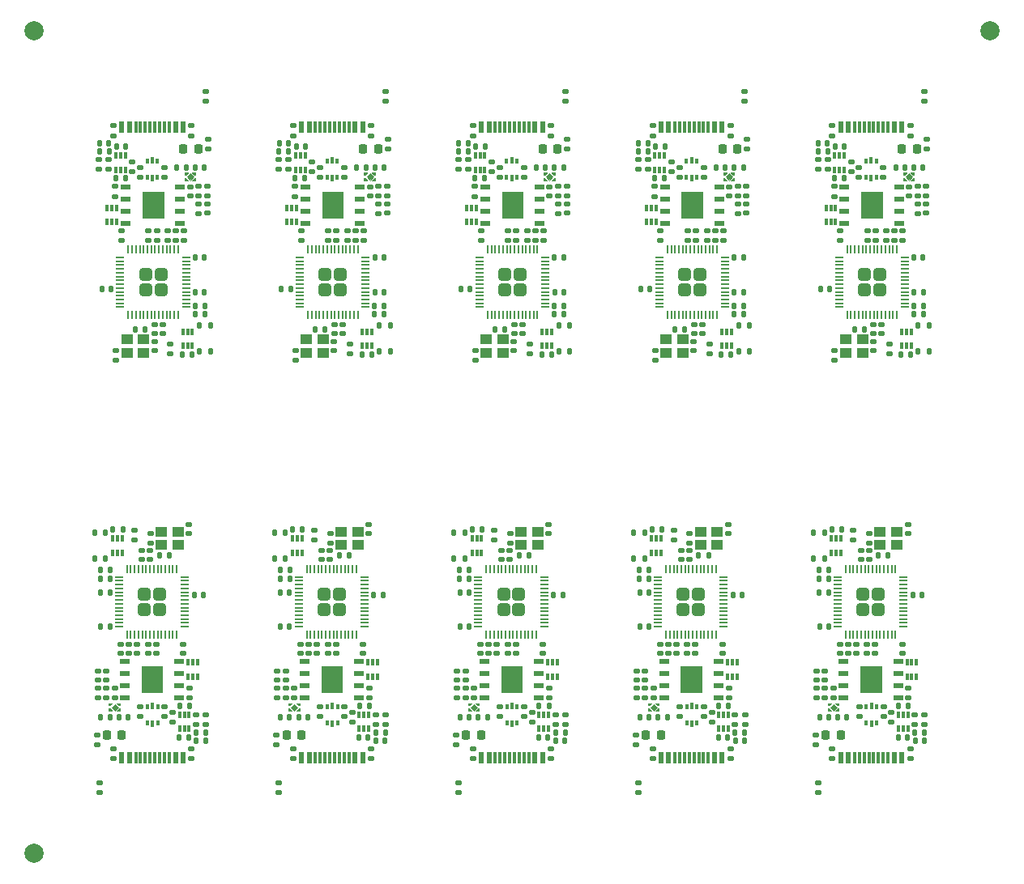
<source format=gtp>
G04 #@! TF.GenerationSoftware,KiCad,Pcbnew,(6.0.7)*
G04 #@! TF.CreationDate,2022-09-19T22:01:38+02:00*
G04 #@! TF.ProjectId,helios-panel,68656c69-6f73-42d7-9061-6e656c2e6b69,rev1.0*
G04 #@! TF.SameCoordinates,Original*
G04 #@! TF.FileFunction,Paste,Top*
G04 #@! TF.FilePolarity,Positive*
%FSLAX46Y46*%
G04 Gerber Fmt 4.6, Leading zero omitted, Abs format (unit mm)*
G04 Created by KiCad (PCBNEW (6.0.7)) date 2022-09-19 22:01:38*
%MOMM*%
%LPD*%
G01*
G04 APERTURE LIST*
G04 Aperture macros list*
%AMRoundRect*
0 Rectangle with rounded corners*
0 $1 Rounding radius*
0 $2 $3 $4 $5 $6 $7 $8 $9 X,Y pos of 4 corners*
0 Add a 4 corners polygon primitive as box body*
4,1,4,$2,$3,$4,$5,$6,$7,$8,$9,$2,$3,0*
0 Add four circle primitives for the rounded corners*
1,1,$1+$1,$2,$3*
1,1,$1+$1,$4,$5*
1,1,$1+$1,$6,$7*
1,1,$1+$1,$8,$9*
0 Add four rect primitives between the rounded corners*
20,1,$1+$1,$2,$3,$4,$5,0*
20,1,$1+$1,$4,$5,$6,$7,0*
20,1,$1+$1,$6,$7,$8,$9,0*
20,1,$1+$1,$8,$9,$2,$3,0*%
G04 Aperture macros list end*
%ADD10C,0.010000*%
%ADD11RoundRect,0.140000X-0.140000X-0.170000X0.140000X-0.170000X0.140000X0.170000X-0.140000X0.170000X0*%
%ADD12RoundRect,0.026400X-0.493600X-0.193600X0.493600X-0.193600X0.493600X0.193600X-0.493600X0.193600X0*%
%ADD13RoundRect,0.249999X-0.395001X-0.395001X0.395001X-0.395001X0.395001X0.395001X-0.395001X0.395001X0*%
%ADD14RoundRect,0.050000X-0.387500X-0.050000X0.387500X-0.050000X0.387500X0.050000X-0.387500X0.050000X0*%
%ADD15RoundRect,0.050000X-0.050000X-0.387500X0.050000X-0.387500X0.050000X0.387500X-0.050000X0.387500X0*%
%ADD16RoundRect,0.135000X-0.135000X-0.185000X0.135000X-0.185000X0.135000X0.185000X-0.135000X0.185000X0*%
%ADD17RoundRect,0.135000X0.135000X0.185000X-0.135000X0.185000X-0.135000X-0.185000X0.135000X-0.185000X0*%
%ADD18RoundRect,0.135000X0.185000X-0.135000X0.185000X0.135000X-0.185000X0.135000X-0.185000X-0.135000X0*%
%ADD19RoundRect,0.135000X-0.185000X0.135000X-0.185000X-0.135000X0.185000X-0.135000X0.185000X0.135000X0*%
%ADD20RoundRect,0.140000X0.140000X0.170000X-0.140000X0.170000X-0.140000X-0.170000X0.140000X-0.170000X0*%
%ADD21RoundRect,0.140000X0.170000X-0.140000X0.170000X0.140000X-0.170000X0.140000X-0.170000X-0.140000X0*%
%ADD22R,0.600000X1.150000*%
%ADD23R,0.300000X1.150000*%
%ADD24RoundRect,0.140000X-0.170000X0.140000X-0.170000X-0.140000X0.170000X-0.140000X0.170000X0.140000X0*%
%ADD25R,0.340000X0.700000*%
%ADD26RoundRect,0.147500X-0.172500X0.147500X-0.172500X-0.147500X0.172500X-0.147500X0.172500X0.147500X0*%
%ADD27R,1.150000X1.000000*%
%ADD28RoundRect,0.137500X-0.137500X0.212500X-0.137500X-0.212500X0.137500X-0.212500X0.137500X0.212500X0*%
%ADD29RoundRect,0.147500X0.172500X-0.147500X0.172500X0.147500X-0.172500X0.147500X-0.172500X-0.147500X0*%
%ADD30R,0.375000X0.500000*%
%ADD31R,0.300000X0.650000*%
%ADD32C,2.000000*%
%ADD33RoundRect,0.137500X0.137500X-0.212500X0.137500X0.212500X-0.137500X0.212500X-0.137500X-0.212500X0*%
%ADD34RoundRect,0.026400X0.493600X0.193600X-0.493600X0.193600X-0.493600X-0.193600X0.493600X-0.193600X0*%
%ADD35RoundRect,0.218750X0.218750X0.256250X-0.218750X0.256250X-0.218750X-0.256250X0.218750X-0.256250X0*%
%ADD36RoundRect,0.218750X-0.218750X-0.256250X0.218750X-0.256250X0.218750X0.256250X-0.218750X0.256250X0*%
%ADD37RoundRect,0.249999X0.395001X0.395001X-0.395001X0.395001X-0.395001X-0.395001X0.395001X-0.395001X0*%
%ADD38RoundRect,0.050000X0.387500X0.050000X-0.387500X0.050000X-0.387500X-0.050000X0.387500X-0.050000X0*%
%ADD39RoundRect,0.050000X0.050000X0.387500X-0.050000X0.387500X-0.050000X-0.387500X0.050000X-0.387500X0*%
G04 APERTURE END LIST*
G04 #@! TO.C,U3*
G36*
X53575000Y68970000D02*
G01*
X51415000Y68970000D01*
X51415000Y71690000D01*
X53575000Y71690000D01*
X53575000Y68970000D01*
G37*
D10*
X53575000Y68970000D02*
X51415000Y68970000D01*
X51415000Y71690000D01*
X53575000Y71690000D01*
X53575000Y68970000D01*
G04 #@! TO.C,U2*
G36*
X74990000Y72855000D02*
G01*
X74990000Y72825000D01*
X74565000Y72825000D01*
X74565000Y73105000D01*
X74745000Y73105000D01*
X74990000Y72855000D01*
G37*
G36*
X74990000Y73655000D02*
G01*
X74745000Y73405000D01*
X74565000Y73405000D01*
X74565000Y73685000D01*
X74990000Y73685000D01*
X74990000Y73655000D01*
G37*
G36*
X75516663Y73256663D02*
G01*
X75175000Y72915001D01*
X74833337Y73256663D01*
X75175000Y73598326D01*
X75516663Y73256663D01*
G37*
X75516663Y73256663D02*
X75175000Y72915001D01*
X74833337Y73256663D01*
X75175000Y73598326D01*
X75516663Y73256663D01*
G36*
X75785000Y73405000D02*
G01*
X75605000Y73405000D01*
X75360000Y73655000D01*
X75360000Y73685000D01*
X75785000Y73685000D01*
X75785000Y73405000D01*
G37*
G36*
X75785000Y72825000D02*
G01*
X75360000Y72825000D01*
X75360000Y72855000D01*
X75605000Y73105000D01*
X75785000Y73105000D01*
X75785000Y72825000D01*
G37*
G36*
X29540000Y17385000D02*
G01*
X29540000Y17355000D01*
X29115000Y17355000D01*
X29115000Y17635000D01*
X29295000Y17635000D01*
X29540000Y17385000D01*
G37*
G36*
X29540000Y18185000D02*
G01*
X29295000Y17935000D01*
X29115000Y17935000D01*
X29115000Y18215000D01*
X29540000Y18215000D01*
X29540000Y18185000D01*
G37*
G36*
X30335000Y17935000D02*
G01*
X30155000Y17935000D01*
X29910000Y18185000D01*
X29910000Y18215000D01*
X30335000Y18215000D01*
X30335000Y17935000D01*
G37*
G36*
X30066663Y17783337D02*
G01*
X29725000Y17441674D01*
X29383337Y17783337D01*
X29725000Y18124999D01*
X30066663Y17783337D01*
G37*
X30066663Y17783337D02*
X29725000Y17441674D01*
X29383337Y17783337D01*
X29725000Y18124999D01*
X30066663Y17783337D01*
G36*
X30335000Y17355000D02*
G01*
X29910000Y17355000D01*
X29910000Y17385000D01*
X30155000Y17635000D01*
X30335000Y17635000D01*
X30335000Y17355000D01*
G37*
G36*
X37430000Y72855000D02*
G01*
X37430000Y72825000D01*
X37005000Y72825000D01*
X37005000Y73105000D01*
X37185000Y73105000D01*
X37430000Y72855000D01*
G37*
G36*
X38225000Y72825000D02*
G01*
X37800000Y72825000D01*
X37800000Y72855000D01*
X38045000Y73105000D01*
X38225000Y73105000D01*
X38225000Y72825000D01*
G37*
G36*
X37430000Y73655000D02*
G01*
X37185000Y73405000D01*
X37005000Y73405000D01*
X37005000Y73685000D01*
X37430000Y73685000D01*
X37430000Y73655000D01*
G37*
G36*
X38225000Y73405000D02*
G01*
X38045000Y73405000D01*
X37800000Y73655000D01*
X37800000Y73685000D01*
X38225000Y73685000D01*
X38225000Y73405000D01*
G37*
G36*
X37956663Y73256663D02*
G01*
X37615000Y72915001D01*
X37273337Y73256663D01*
X37615000Y73598326D01*
X37956663Y73256663D01*
G37*
X37956663Y73256663D02*
X37615000Y72915001D01*
X37273337Y73256663D01*
X37615000Y73598326D01*
X37956663Y73256663D01*
G04 #@! TO.C,U3*
G36*
X53485000Y19350000D02*
G01*
X51325000Y19350000D01*
X51325000Y22070000D01*
X53485000Y22070000D01*
X53485000Y19350000D01*
G37*
X53485000Y19350000D02*
X51325000Y19350000D01*
X51325000Y22070000D01*
X53485000Y22070000D01*
X53485000Y19350000D01*
G36*
X16015000Y68970000D02*
G01*
X13855000Y68970000D01*
X13855000Y71690000D01*
X16015000Y71690000D01*
X16015000Y68970000D01*
G37*
X16015000Y68970000D02*
X13855000Y68970000D01*
X13855000Y71690000D01*
X16015000Y71690000D01*
X16015000Y68970000D01*
G04 #@! TO.C,U2*
G36*
X67895000Y17935000D02*
G01*
X67715000Y17935000D01*
X67470000Y18185000D01*
X67470000Y18215000D01*
X67895000Y18215000D01*
X67895000Y17935000D01*
G37*
G36*
X67100000Y17385000D02*
G01*
X67100000Y17355000D01*
X66675000Y17355000D01*
X66675000Y17635000D01*
X66855000Y17635000D01*
X67100000Y17385000D01*
G37*
G36*
X67626663Y17783337D02*
G01*
X67285000Y17441674D01*
X66943337Y17783337D01*
X67285000Y18124999D01*
X67626663Y17783337D01*
G37*
X67626663Y17783337D02*
X67285000Y17441674D01*
X66943337Y17783337D01*
X67285000Y18124999D01*
X67626663Y17783337D01*
G36*
X67100000Y18185000D02*
G01*
X66855000Y17935000D01*
X66675000Y17935000D01*
X66675000Y18215000D01*
X67100000Y18215000D01*
X67100000Y18185000D01*
G37*
G36*
X67895000Y17355000D02*
G01*
X67470000Y17355000D01*
X67470000Y17385000D01*
X67715000Y17635000D01*
X67895000Y17635000D01*
X67895000Y17355000D01*
G37*
G36*
X94296663Y73256663D02*
G01*
X93955000Y72915001D01*
X93613337Y73256663D01*
X93955000Y73598326D01*
X94296663Y73256663D01*
G37*
X94296663Y73256663D02*
X93955000Y72915001D01*
X93613337Y73256663D01*
X93955000Y73598326D01*
X94296663Y73256663D01*
G36*
X94565000Y73405000D02*
G01*
X94385000Y73405000D01*
X94140000Y73655000D01*
X94140000Y73685000D01*
X94565000Y73685000D01*
X94565000Y73405000D01*
G37*
G36*
X93770000Y72855000D02*
G01*
X93770000Y72825000D01*
X93345000Y72825000D01*
X93345000Y73105000D01*
X93525000Y73105000D01*
X93770000Y72855000D01*
G37*
G36*
X93770000Y73655000D02*
G01*
X93525000Y73405000D01*
X93345000Y73405000D01*
X93345000Y73685000D01*
X93770000Y73685000D01*
X93770000Y73655000D01*
G37*
G36*
X94565000Y72825000D02*
G01*
X94140000Y72825000D01*
X94140000Y72855000D01*
X94385000Y73105000D01*
X94565000Y73105000D01*
X94565000Y72825000D01*
G37*
G04 #@! TO.C,U3*
G36*
X34705000Y19350000D02*
G01*
X32545000Y19350000D01*
X32545000Y22070000D01*
X34705000Y22070000D01*
X34705000Y19350000D01*
G37*
X34705000Y19350000D02*
X32545000Y19350000D01*
X32545000Y22070000D01*
X34705000Y22070000D01*
X34705000Y19350000D01*
G36*
X72265000Y19350000D02*
G01*
X70105000Y19350000D01*
X70105000Y22070000D01*
X72265000Y22070000D01*
X72265000Y19350000D01*
G37*
X72265000Y19350000D02*
X70105000Y19350000D01*
X70105000Y22070000D01*
X72265000Y22070000D01*
X72265000Y19350000D01*
G04 #@! TO.C,U2*
G36*
X10760000Y17385000D02*
G01*
X10760000Y17355000D01*
X10335000Y17355000D01*
X10335000Y17635000D01*
X10515000Y17635000D01*
X10760000Y17385000D01*
G37*
G36*
X11555000Y17355000D02*
G01*
X11130000Y17355000D01*
X11130000Y17385000D01*
X11375000Y17635000D01*
X11555000Y17635000D01*
X11555000Y17355000D01*
G37*
G36*
X11286663Y17783337D02*
G01*
X10945000Y17441674D01*
X10603337Y17783337D01*
X10945000Y18124999D01*
X11286663Y17783337D01*
G37*
X11286663Y17783337D02*
X10945000Y17441674D01*
X10603337Y17783337D01*
X10945000Y18124999D01*
X11286663Y17783337D01*
G36*
X10760000Y18185000D02*
G01*
X10515000Y17935000D01*
X10335000Y17935000D01*
X10335000Y18215000D01*
X10760000Y18215000D01*
X10760000Y18185000D01*
G37*
G36*
X11555000Y17935000D02*
G01*
X11375000Y17935000D01*
X11130000Y18185000D01*
X11130000Y18215000D01*
X11555000Y18215000D01*
X11555000Y17935000D01*
G37*
G04 #@! TO.C,U3*
G36*
X15925000Y19350000D02*
G01*
X13765000Y19350000D01*
X13765000Y22070000D01*
X15925000Y22070000D01*
X15925000Y19350000D01*
G37*
X15925000Y19350000D02*
X13765000Y19350000D01*
X13765000Y22070000D01*
X15925000Y22070000D01*
X15925000Y19350000D01*
G36*
X91135000Y68970000D02*
G01*
X88975000Y68970000D01*
X88975000Y71690000D01*
X91135000Y71690000D01*
X91135000Y68970000D01*
G37*
X91135000Y68970000D02*
X88975000Y68970000D01*
X88975000Y71690000D01*
X91135000Y71690000D01*
X91135000Y68970000D01*
G36*
X34795000Y68970000D02*
G01*
X32635000Y68970000D01*
X32635000Y71690000D01*
X34795000Y71690000D01*
X34795000Y68970000D01*
G37*
X34795000Y68970000D02*
X32635000Y68970000D01*
X32635000Y71690000D01*
X34795000Y71690000D01*
X34795000Y68970000D01*
G04 #@! TO.C,U2*
G36*
X86406663Y17783337D02*
G01*
X86065000Y17441674D01*
X85723337Y17783337D01*
X86065000Y18124999D01*
X86406663Y17783337D01*
G37*
X86406663Y17783337D02*
X86065000Y17441674D01*
X85723337Y17783337D01*
X86065000Y18124999D01*
X86406663Y17783337D01*
G36*
X85880000Y18185000D02*
G01*
X85635000Y17935000D01*
X85455000Y17935000D01*
X85455000Y18215000D01*
X85880000Y18215000D01*
X85880000Y18185000D01*
G37*
G36*
X86675000Y17935000D02*
G01*
X86495000Y17935000D01*
X86250000Y18185000D01*
X86250000Y18215000D01*
X86675000Y18215000D01*
X86675000Y17935000D01*
G37*
G36*
X86675000Y17355000D02*
G01*
X86250000Y17355000D01*
X86250000Y17385000D01*
X86495000Y17635000D01*
X86675000Y17635000D01*
X86675000Y17355000D01*
G37*
G36*
X85880000Y17385000D02*
G01*
X85880000Y17355000D01*
X85455000Y17355000D01*
X85455000Y17635000D01*
X85635000Y17635000D01*
X85880000Y17385000D01*
G37*
G04 #@! TO.C,U3*
G36*
X91045000Y19350000D02*
G01*
X88885000Y19350000D01*
X88885000Y22070000D01*
X91045000Y22070000D01*
X91045000Y19350000D01*
G37*
X91045000Y19350000D02*
X88885000Y19350000D01*
X88885000Y22070000D01*
X91045000Y22070000D01*
X91045000Y19350000D01*
G04 #@! TO.C,U2*
G36*
X48320000Y18185000D02*
G01*
X48075000Y17935000D01*
X47895000Y17935000D01*
X47895000Y18215000D01*
X48320000Y18215000D01*
X48320000Y18185000D01*
G37*
G36*
X48846663Y17783337D02*
G01*
X48505000Y17441674D01*
X48163337Y17783337D01*
X48505000Y18124999D01*
X48846663Y17783337D01*
G37*
X48846663Y17783337D02*
X48505000Y17441674D01*
X48163337Y17783337D01*
X48505000Y18124999D01*
X48846663Y17783337D01*
G36*
X49115000Y17355000D02*
G01*
X48690000Y17355000D01*
X48690000Y17385000D01*
X48935000Y17635000D01*
X49115000Y17635000D01*
X49115000Y17355000D01*
G37*
G36*
X49115000Y17935000D02*
G01*
X48935000Y17935000D01*
X48690000Y18185000D01*
X48690000Y18215000D01*
X49115000Y18215000D01*
X49115000Y17935000D01*
G37*
G36*
X48320000Y17385000D02*
G01*
X48320000Y17355000D01*
X47895000Y17355000D01*
X47895000Y17635000D01*
X48075000Y17635000D01*
X48320000Y17385000D01*
G37*
G04 #@! TO.C,U3*
G36*
X72355000Y68970000D02*
G01*
X70195000Y68970000D01*
X70195000Y71690000D01*
X72355000Y71690000D01*
X72355000Y68970000D01*
G37*
X72355000Y68970000D02*
X70195000Y68970000D01*
X70195000Y71690000D01*
X72355000Y71690000D01*
X72355000Y68970000D01*
G04 #@! TO.C,U2*
G36*
X18650000Y72855000D02*
G01*
X18650000Y72825000D01*
X18225000Y72825000D01*
X18225000Y73105000D01*
X18405000Y73105000D01*
X18650000Y72855000D01*
G37*
G36*
X19176663Y73256663D02*
G01*
X18835000Y72915001D01*
X18493337Y73256663D01*
X18835000Y73598326D01*
X19176663Y73256663D01*
G37*
X19176663Y73256663D02*
X18835000Y72915001D01*
X18493337Y73256663D01*
X18835000Y73598326D01*
X19176663Y73256663D01*
G36*
X18650000Y73655000D02*
G01*
X18405000Y73405000D01*
X18225000Y73405000D01*
X18225000Y73685000D01*
X18650000Y73685000D01*
X18650000Y73655000D01*
G37*
G36*
X19445000Y73405000D02*
G01*
X19265000Y73405000D01*
X19020000Y73655000D01*
X19020000Y73685000D01*
X19445000Y73685000D01*
X19445000Y73405000D01*
G37*
G36*
X19445000Y72825000D02*
G01*
X19020000Y72825000D01*
X19020000Y72855000D01*
X19265000Y73105000D01*
X19445000Y73105000D01*
X19445000Y72825000D01*
G37*
G36*
X57005000Y72825000D02*
G01*
X56580000Y72825000D01*
X56580000Y72855000D01*
X56825000Y73105000D01*
X57005000Y73105000D01*
X57005000Y72825000D01*
G37*
G36*
X56210000Y72855000D02*
G01*
X56210000Y72825000D01*
X55785000Y72825000D01*
X55785000Y73105000D01*
X55965000Y73105000D01*
X56210000Y72855000D01*
G37*
G36*
X56210000Y73655000D02*
G01*
X55965000Y73405000D01*
X55785000Y73405000D01*
X55785000Y73685000D01*
X56210000Y73685000D01*
X56210000Y73655000D01*
G37*
G36*
X56736663Y73256663D02*
G01*
X56395000Y72915001D01*
X56053337Y73256663D01*
X56395000Y73598326D01*
X56736663Y73256663D01*
G37*
X56736663Y73256663D02*
X56395000Y72915001D01*
X56053337Y73256663D01*
X56395000Y73598326D01*
X56736663Y73256663D01*
G36*
X57005000Y73405000D02*
G01*
X56825000Y73405000D01*
X56580000Y73655000D01*
X56580000Y73685000D01*
X57005000Y73685000D01*
X57005000Y73405000D01*
G37*
G04 #@! TD*
D11*
G04 #@! TO.C,C12*
X94475000Y61230000D03*
X95435000Y61230000D03*
G04 #@! TD*
D12*
G04 #@! TO.C,U3*
X49650000Y72235000D03*
X49650000Y70965000D03*
X49650000Y69695000D03*
X49650000Y68425000D03*
X55340000Y68425000D03*
X55340000Y69695000D03*
X55340000Y70965000D03*
X55340000Y72235000D03*
G04 #@! TD*
D13*
G04 #@! TO.C,U4*
X89280000Y61430000D03*
X89280000Y63030000D03*
X90880000Y63030000D03*
X90880000Y61430000D03*
D14*
X86642500Y64830000D03*
X86642500Y64430000D03*
X86642500Y64030000D03*
X86642500Y63630000D03*
X86642500Y63230000D03*
X86642500Y62830000D03*
X86642500Y62430000D03*
X86642500Y62030000D03*
X86642500Y61630000D03*
X86642500Y61230000D03*
X86642500Y60830000D03*
X86642500Y60430000D03*
X86642500Y60030000D03*
X86642500Y59630000D03*
D15*
X87480000Y58792500D03*
X87880000Y58792500D03*
X88280000Y58792500D03*
X88680000Y58792500D03*
X89080000Y58792500D03*
X89480000Y58792500D03*
X89880000Y58792500D03*
X90280000Y58792500D03*
X90680000Y58792500D03*
X91080000Y58792500D03*
X91480000Y58792500D03*
X91880000Y58792500D03*
X92280000Y58792500D03*
X92680000Y58792500D03*
D14*
X93517500Y59630000D03*
X93517500Y60030000D03*
X93517500Y60430000D03*
X93517500Y60830000D03*
X93517500Y61230000D03*
X93517500Y61630000D03*
X93517500Y62030000D03*
X93517500Y62430000D03*
X93517500Y62830000D03*
X93517500Y63230000D03*
X93517500Y63630000D03*
X93517500Y64030000D03*
X93517500Y64430000D03*
X93517500Y64830000D03*
D15*
X92680000Y65667500D03*
X92280000Y65667500D03*
X91880000Y65667500D03*
X91480000Y65667500D03*
X91080000Y65667500D03*
X90680000Y65667500D03*
X90280000Y65667500D03*
X89880000Y65667500D03*
X89480000Y65667500D03*
X89080000Y65667500D03*
X88680000Y65667500D03*
X88280000Y65667500D03*
X87880000Y65667500D03*
X87480000Y65667500D03*
G04 #@! TD*
D16*
G04 #@! TO.C,R9*
X67365000Y73150000D03*
X68385000Y73150000D03*
G04 #@! TD*
D17*
G04 #@! TO.C,R1*
X49340000Y36385000D03*
X48320000Y36385000D03*
G04 #@! TD*
D18*
G04 #@! TO.C,R2*
X69125000Y73770000D03*
X69125000Y74790000D03*
G04 #@! TD*
D19*
G04 #@! TO.C,FB1*
X46885000Y9850000D03*
X46885000Y8830000D03*
G04 #@! TD*
G04 #@! TO.C,R2*
X54555000Y17270000D03*
X54555000Y16250000D03*
G04 #@! TD*
D17*
G04 #@! TO.C,R9*
X37535000Y17890000D03*
X36515000Y17890000D03*
G04 #@! TD*
D19*
G04 #@! TO.C,R4*
X57005000Y16995000D03*
X57005000Y15975000D03*
G04 #@! TD*
D18*
G04 #@! TO.C,R11*
X86130000Y71220000D03*
X86130000Y72240000D03*
G04 #@! TD*
D16*
G04 #@! TO.C,R17*
X56885000Y58905000D03*
X57905000Y58905000D03*
G04 #@! TD*
D20*
G04 #@! TO.C,C12*
X29205000Y29810000D03*
X28245000Y29810000D03*
G04 #@! TD*
D21*
G04 #@! TO.C,C17*
X14485000Y66650000D03*
X14485000Y67610000D03*
G04 #@! TD*
D11*
G04 #@! TO.C,C1*
X75805000Y14260000D03*
X76765000Y14260000D03*
G04 #@! TD*
D22*
G04 #@! TO.C,J1*
X86810000Y12540000D03*
X87610000Y12540000D03*
D23*
X88760000Y12540000D03*
X89760000Y12540000D03*
X90260000Y12540000D03*
X91260000Y12540000D03*
D22*
X92410000Y12540000D03*
X93210000Y12540000D03*
X93210000Y12540000D03*
X92410000Y12540000D03*
D23*
X91760000Y12540000D03*
X90760000Y12540000D03*
X89260000Y12540000D03*
X88260000Y12540000D03*
D22*
X87610000Y12540000D03*
X86810000Y12540000D03*
G04 #@! TD*
D19*
G04 #@! TO.C,R12*
X91295000Y17840000D03*
X91295000Y16820000D03*
G04 #@! TD*
D24*
G04 #@! TO.C,C14*
X89565000Y24390000D03*
X89565000Y23430000D03*
G04 #@! TD*
D25*
G04 #@! TO.C,Q1*
X75400000Y57080000D03*
X74900000Y57080000D03*
X74400000Y57080000D03*
X74400000Y55580000D03*
X74900000Y55580000D03*
X75400000Y55580000D03*
G04 #@! TD*
D20*
G04 #@! TO.C,C5*
X93525000Y74270000D03*
X92565000Y74270000D03*
G04 #@! TD*
D18*
G04 #@! TO.C,R2*
X87905000Y73770000D03*
X87905000Y74790000D03*
G04 #@! TD*
D25*
G04 #@! TO.C,U5*
X28940000Y68530000D03*
X29440000Y68530000D03*
X29940000Y68530000D03*
X29940000Y70030000D03*
X29440000Y70030000D03*
X28940000Y70030000D03*
G04 #@! TD*
D18*
G04 #@! TO.C,R10*
X95745000Y71242500D03*
X95745000Y72262500D03*
G04 #@! TD*
D25*
G04 #@! TO.C,U5*
X38400000Y22510000D03*
X37900000Y22510000D03*
X37400000Y22510000D03*
X37400000Y21010000D03*
X37900000Y21010000D03*
X38400000Y21010000D03*
G04 #@! TD*
D26*
G04 #@! TO.C,D1*
X20625000Y70417500D03*
X20625000Y69447500D03*
G04 #@! TD*
D27*
G04 #@! TO.C,Y1*
X68550000Y54880000D03*
X70300000Y54880000D03*
X70300000Y56280000D03*
X68550000Y56280000D03*
G04 #@! TD*
D21*
G04 #@! TO.C,C18*
X36965000Y66650000D03*
X36965000Y67610000D03*
G04 #@! TD*
D25*
G04 #@! TO.C,Q2*
X93840000Y17035000D03*
X93340000Y17035000D03*
X92840000Y17035000D03*
X92840000Y15535000D03*
X93340000Y15535000D03*
X93840000Y15535000D03*
G04 #@! TD*
D28*
G04 #@! TO.C,SW1*
X58500000Y57730000D03*
X58500000Y55030000D03*
X57350000Y57730000D03*
X57350000Y55030000D03*
G04 #@! TD*
D29*
G04 #@! TO.C,D2*
X66385000Y20632500D03*
X66385000Y21602500D03*
G04 #@! TD*
D26*
G04 #@! TO.C,D1*
X58185000Y70417500D03*
X58185000Y69447500D03*
G04 #@! TD*
D18*
G04 #@! TO.C,R2*
X31565000Y73770000D03*
X31565000Y74790000D03*
G04 #@! TD*
D30*
G04 #@! TO.C,U1*
X15442500Y17840000D03*
D31*
X14905000Y17915000D03*
D30*
X14367500Y17840000D03*
X14367500Y16140000D03*
D31*
X14905000Y16065000D03*
D30*
X15442500Y16140000D03*
G04 #@! TD*
D17*
G04 #@! TO.C,R16*
X39125000Y59780000D03*
X38105000Y59780000D03*
G04 #@! TD*
D24*
G04 #@! TO.C,C11*
X33915000Y57810000D03*
X33915000Y56850000D03*
G04 #@! TD*
D11*
G04 #@! TO.C,C13*
X56905000Y64830000D03*
X57865000Y64830000D03*
G04 #@! TD*
D32*
G04 #@! TO.C,REF\u002A\u002A*
X102400000Y88540000D03*
G04 #@! TD*
D21*
G04 #@! TO.C,C9*
X31225000Y23430000D03*
X31225000Y24390000D03*
G04 #@! TD*
D33*
G04 #@! TO.C,SW1*
X46400000Y33310000D03*
X46400000Y36010000D03*
X47550000Y33310000D03*
X47550000Y36010000D03*
G04 #@! TD*
D28*
G04 #@! TO.C,SW1*
X96060000Y57730000D03*
X96060000Y55030000D03*
X94910000Y57730000D03*
X94910000Y55030000D03*
G04 #@! TD*
D16*
G04 #@! TO.C,R16*
X46995000Y31260000D03*
X48015000Y31260000D03*
G04 #@! TD*
D20*
G04 #@! TO.C,C12*
X85545000Y29810000D03*
X84585000Y29810000D03*
G04 #@! TD*
D24*
G04 #@! TO.C,C11*
X71475000Y57810000D03*
X71475000Y56850000D03*
G04 #@! TD*
G04 #@! TO.C,C16*
X36905000Y24400000D03*
X36905000Y23440000D03*
G04 #@! TD*
D16*
G04 #@! TO.C,R17*
X38105000Y58905000D03*
X39125000Y58905000D03*
G04 #@! TD*
D20*
G04 #@! TO.C,C5*
X18405000Y74270000D03*
X17445000Y74270000D03*
G04 #@! TD*
D17*
G04 #@! TO.C,R14*
X72995000Y33710000D03*
X71975000Y33710000D03*
G04 #@! TD*
D27*
G04 #@! TO.C,Y1*
X30990000Y54880000D03*
X32740000Y54880000D03*
X32740000Y56280000D03*
X30990000Y56280000D03*
G04 #@! TD*
D21*
G04 #@! TO.C,C18*
X93305000Y66650000D03*
X93305000Y67610000D03*
G04 #@! TD*
D24*
G04 #@! TO.C,C8*
X93835000Y36930000D03*
X93835000Y35970000D03*
G04 #@! TD*
D20*
G04 #@! TO.C,C15*
X10540000Y61505000D03*
X9580000Y61505000D03*
G04 #@! TD*
D18*
G04 #@! TO.C,R13*
X53705000Y73200000D03*
X53705000Y74220000D03*
G04 #@! TD*
G04 #@! TO.C,FB1*
X20455000Y81190000D03*
X20455000Y82210000D03*
G04 #@! TD*
D33*
G04 #@! TO.C,SW1*
X27620000Y36010000D03*
X27620000Y33310000D03*
X28770000Y33310000D03*
X28770000Y36010000D03*
G04 #@! TD*
D34*
G04 #@! TO.C,U3*
X55250000Y18805000D03*
X55250000Y20075000D03*
X55250000Y21345000D03*
X55250000Y22615000D03*
X49560000Y22615000D03*
X49560000Y21345000D03*
X49560000Y20075000D03*
X49560000Y18805000D03*
G04 #@! TD*
D17*
G04 #@! TO.C,R1*
X11780000Y36385000D03*
X10760000Y36385000D03*
G04 #@! TD*
D18*
G04 #@! TO.C,R8*
X94075000Y12450000D03*
X94075000Y13470000D03*
G04 #@! TD*
D29*
G04 #@! TO.C,D1*
X46715000Y20622500D03*
X46715000Y21592500D03*
G04 #@! TD*
D26*
G04 #@! TO.C,D2*
X76075000Y70407500D03*
X76075000Y69437500D03*
G04 #@! TD*
D24*
G04 #@! TO.C,C18*
X30375000Y24390000D03*
X30375000Y23430000D03*
G04 #@! TD*
D11*
G04 #@! TO.C,C2*
X29910000Y76455000D03*
X30870000Y76455000D03*
G04 #@! TD*
D18*
G04 #@! TO.C,R11*
X11010000Y71220000D03*
X11010000Y72240000D03*
G04 #@! TD*
D24*
G04 #@! TO.C,C16*
X74465000Y24400000D03*
X74465000Y23440000D03*
G04 #@! TD*
D11*
G04 #@! TO.C,C13*
X38125000Y64830000D03*
X39085000Y64830000D03*
G04 #@! TD*
D24*
G04 #@! TO.C,C19*
X34765000Y57810000D03*
X34765000Y56850000D03*
G04 #@! TD*
D11*
G04 #@! TO.C,C2*
X86250000Y76455000D03*
X87210000Y76455000D03*
G04 #@! TD*
D18*
G04 #@! TO.C,R3*
X16760000Y54720000D03*
X16760000Y55740000D03*
G04 #@! TD*
D16*
G04 #@! TO.C,R14*
X69465000Y57330000D03*
X70485000Y57330000D03*
G04 #@! TD*
D26*
G04 #@! TO.C,D1*
X95745000Y70417500D03*
X95745000Y69447500D03*
G04 #@! TD*
D20*
G04 #@! TO.C,C15*
X48100000Y61505000D03*
X47140000Y61505000D03*
G04 #@! TD*
D25*
G04 #@! TO.C,Q1*
X67060000Y33960000D03*
X67560000Y33960000D03*
X68060000Y33960000D03*
X68060000Y35460000D03*
X67560000Y35460000D03*
X67060000Y35460000D03*
G04 #@! TD*
D17*
G04 #@! TO.C,R14*
X35435000Y33710000D03*
X34415000Y33710000D03*
G04 #@! TD*
D18*
G04 #@! TO.C,FB1*
X95575000Y81190000D03*
X95575000Y82210000D03*
G04 #@! TD*
D25*
G04 #@! TO.C,U5*
X85280000Y68530000D03*
X85780000Y68530000D03*
X86280000Y68530000D03*
X86280000Y70030000D03*
X85780000Y70030000D03*
X85280000Y70030000D03*
G04 #@! TD*
D21*
G04 #@! TO.C,C3*
X95815000Y76190000D03*
X95815000Y77150000D03*
G04 #@! TD*
D24*
G04 #@! TO.C,C3*
X84205000Y14850000D03*
X84205000Y13890000D03*
G04 #@! TD*
D19*
G04 #@! TO.C,R7*
X94075000Y78590000D03*
X94075000Y77570000D03*
G04 #@! TD*
D24*
G04 #@! TO.C,C10*
X54045000Y67610000D03*
X54045000Y66650000D03*
G04 #@! TD*
D19*
G04 #@! TO.C,R3*
X88140000Y36320000D03*
X88140000Y35300000D03*
G04 #@! TD*
D35*
G04 #@! TO.C,F1*
X68022500Y14860000D03*
X66447500Y14860000D03*
G04 #@! TD*
D21*
G04 #@! TO.C,C10*
X50855000Y23430000D03*
X50855000Y24390000D03*
G04 #@! TD*
D24*
G04 #@! TO.C,C16*
X55685000Y24400000D03*
X55685000Y23440000D03*
G04 #@! TD*
D20*
G04 #@! TO.C,C13*
X85555000Y26210000D03*
X84595000Y26210000D03*
G04 #@! TD*
D21*
G04 #@! TO.C,C14*
X52895000Y66650000D03*
X52895000Y67610000D03*
G04 #@! TD*
D25*
G04 #@! TO.C,Q2*
X18720000Y17035000D03*
X18220000Y17035000D03*
X17720000Y17035000D03*
X17720000Y15535000D03*
X18220000Y15535000D03*
X18720000Y15535000D03*
G04 #@! TD*
D21*
G04 #@! TO.C,C14*
X90455000Y66650000D03*
X90455000Y67610000D03*
G04 #@! TD*
D11*
G04 #@! TO.C,C5*
X67715000Y16770000D03*
X68675000Y16770000D03*
G04 #@! TD*
D25*
G04 #@! TO.C,U5*
X66500000Y68530000D03*
X67000000Y68530000D03*
X67500000Y68530000D03*
X67500000Y70030000D03*
X67000000Y70030000D03*
X66500000Y70030000D03*
G04 #@! TD*
D24*
G04 #@! TO.C,C19*
X15985000Y57810000D03*
X15985000Y56850000D03*
G04 #@! TD*
G04 #@! TO.C,C9*
X36115000Y67610000D03*
X36115000Y66650000D03*
G04 #@! TD*
D19*
G04 #@! TO.C,R15*
X66385000Y19797500D03*
X66385000Y18777500D03*
G04 #@! TD*
D22*
G04 #@! TO.C,J1*
X18090000Y78500000D03*
X17290000Y78500000D03*
D23*
X16140000Y78500000D03*
X15140000Y78500000D03*
X14640000Y78500000D03*
X13640000Y78500000D03*
D22*
X12490000Y78500000D03*
X11690000Y78500000D03*
X11690000Y78500000D03*
X12490000Y78500000D03*
D23*
X13140000Y78500000D03*
X14140000Y78500000D03*
X15640000Y78500000D03*
X16640000Y78500000D03*
D22*
X17290000Y78500000D03*
X18090000Y78500000D03*
G04 #@! TD*
D24*
G04 #@! TO.C,C11*
X15135000Y57810000D03*
X15135000Y56850000D03*
G04 #@! TD*
D25*
G04 #@! TO.C,U5*
X57180000Y22510000D03*
X56680000Y22510000D03*
X56180000Y22510000D03*
X56180000Y21010000D03*
X56680000Y21010000D03*
X57180000Y21010000D03*
G04 #@! TD*
D11*
G04 #@! TO.C,C5*
X48935000Y16770000D03*
X49895000Y16770000D03*
G04 #@! TD*
D18*
G04 #@! TO.C,R11*
X29790000Y71220000D03*
X29790000Y72240000D03*
G04 #@! TD*
D29*
G04 #@! TO.C,D2*
X85165000Y20632500D03*
X85165000Y21602500D03*
G04 #@! TD*
D30*
G04 #@! TO.C,U1*
X51897500Y73200000D03*
D31*
X52435000Y73125000D03*
D30*
X52972500Y73200000D03*
X52972500Y74900000D03*
D31*
X52435000Y74975000D03*
D30*
X51897500Y74900000D03*
G04 #@! TD*
D20*
G04 #@! TO.C,C15*
X29320000Y61505000D03*
X28360000Y61505000D03*
G04 #@! TD*
D18*
G04 #@! TO.C,FB1*
X39235000Y81190000D03*
X39235000Y82210000D03*
G04 #@! TD*
D25*
G04 #@! TO.C,Q1*
X37840000Y57080000D03*
X37340000Y57080000D03*
X36840000Y57080000D03*
X36840000Y55580000D03*
X37340000Y55580000D03*
X37840000Y55580000D03*
G04 #@! TD*
D11*
G04 #@! TO.C,C5*
X30155000Y16770000D03*
X31115000Y16770000D03*
G04 #@! TD*
D20*
G04 #@! TO.C,C2*
X56210000Y14585000D03*
X55250000Y14585000D03*
G04 #@! TD*
D19*
G04 #@! TO.C,FB1*
X84445000Y9850000D03*
X84445000Y8830000D03*
G04 #@! TD*
D11*
G04 #@! TO.C,C15*
X19240000Y29535000D03*
X20200000Y29535000D03*
G04 #@! TD*
D17*
G04 #@! TO.C,R1*
X86900000Y36385000D03*
X85880000Y36385000D03*
G04 #@! TD*
D11*
G04 #@! TO.C,C15*
X38020000Y29535000D03*
X38980000Y29535000D03*
G04 #@! TD*
D20*
G04 #@! TO.C,C13*
X29215000Y26210000D03*
X28255000Y26210000D03*
G04 #@! TD*
D36*
G04 #@! TO.C,F1*
X18097500Y76180000D03*
X19672500Y76180000D03*
G04 #@! TD*
D24*
G04 #@! TO.C,C7*
X71035000Y35940000D03*
X71035000Y34980000D03*
G04 #@! TD*
D17*
G04 #@! TO.C,R14*
X16655000Y33710000D03*
X15635000Y33710000D03*
G04 #@! TD*
D18*
G04 #@! TO.C,R13*
X72485000Y73200000D03*
X72485000Y74220000D03*
G04 #@! TD*
D21*
G04 #@! TO.C,C18*
X55745000Y66650000D03*
X55745000Y67610000D03*
G04 #@! TD*
D24*
G04 #@! TO.C,C6*
X75175000Y72230000D03*
X75175000Y71270000D03*
G04 #@! TD*
D16*
G04 #@! TO.C,R14*
X13125000Y57330000D03*
X14145000Y57330000D03*
G04 #@! TD*
D18*
G04 #@! TO.C,R7*
X67165000Y12450000D03*
X67165000Y13470000D03*
G04 #@! TD*
G04 #@! TO.C,R8*
X75295000Y12450000D03*
X75295000Y13470000D03*
G04 #@! TD*
D24*
G04 #@! TO.C,C11*
X52695000Y57810000D03*
X52695000Y56850000D03*
G04 #@! TD*
D16*
G04 #@! TO.C,R1*
X18000000Y54655000D03*
X19020000Y54655000D03*
G04 #@! TD*
D18*
G04 #@! TO.C,R10*
X39405000Y71242500D03*
X39405000Y72262500D03*
G04 #@! TD*
D20*
G04 #@! TO.C,C4*
X47995000Y16770000D03*
X47035000Y16770000D03*
G04 #@! TD*
D17*
G04 #@! TO.C,R9*
X56315000Y17890000D03*
X55295000Y17890000D03*
G04 #@! TD*
G04 #@! TO.C,R14*
X54215000Y33710000D03*
X53195000Y33710000D03*
G04 #@! TD*
D36*
G04 #@! TO.C,F1*
X55657500Y76180000D03*
X57232500Y76180000D03*
G04 #@! TD*
D21*
G04 #@! TO.C,C6*
X10945000Y18810000D03*
X10945000Y19770000D03*
G04 #@! TD*
D17*
G04 #@! TO.C,R9*
X75095000Y17890000D03*
X74075000Y17890000D03*
G04 #@! TD*
D30*
G04 #@! TO.C,U1*
X14337500Y73200000D03*
D31*
X14875000Y73125000D03*
D30*
X15412500Y73200000D03*
X15412500Y74900000D03*
D31*
X14875000Y74975000D03*
D30*
X14337500Y74900000D03*
G04 #@! TD*
D24*
G04 #@! TO.C,C10*
X16485000Y67610000D03*
X16485000Y66650000D03*
G04 #@! TD*
D18*
G04 #@! TO.C,R6*
X58030000Y15975000D03*
X58030000Y16995000D03*
G04 #@! TD*
D21*
G04 #@! TO.C,C17*
X33265000Y66650000D03*
X33265000Y67610000D03*
G04 #@! TD*
D25*
G04 #@! TO.C,Q2*
X67400000Y74005000D03*
X67900000Y74005000D03*
X68400000Y74005000D03*
X68400000Y75505000D03*
X67900000Y75505000D03*
X67400000Y75505000D03*
G04 #@! TD*
D18*
G04 #@! TO.C,R3*
X54320000Y54720000D03*
X54320000Y55740000D03*
G04 #@! TD*
D19*
G04 #@! TO.C,R12*
X72515000Y17840000D03*
X72515000Y16820000D03*
G04 #@! TD*
D21*
G04 #@! TO.C,C19*
X13795000Y33230000D03*
X13795000Y34190000D03*
G04 #@! TD*
D24*
G04 #@! TO.C,C7*
X14695000Y35940000D03*
X14695000Y34980000D03*
G04 #@! TD*
D20*
G04 #@! TO.C,C13*
X10435000Y26210000D03*
X9475000Y26210000D03*
G04 #@! TD*
D37*
G04 #@! TO.C,U4*
X34400000Y29610000D03*
X32800000Y29610000D03*
X34400000Y28010000D03*
X32800000Y28010000D03*
D38*
X37037500Y26210000D03*
X37037500Y26610000D03*
X37037500Y27010000D03*
X37037500Y27410000D03*
X37037500Y27810000D03*
X37037500Y28210000D03*
X37037500Y28610000D03*
X37037500Y29010000D03*
X37037500Y29410000D03*
X37037500Y29810000D03*
X37037500Y30210000D03*
X37037500Y30610000D03*
X37037500Y31010000D03*
X37037500Y31410000D03*
D39*
X36200000Y32247500D03*
X35800000Y32247500D03*
X35400000Y32247500D03*
X35000000Y32247500D03*
X34600000Y32247500D03*
X34200000Y32247500D03*
X33800000Y32247500D03*
X33400000Y32247500D03*
X33000000Y32247500D03*
X32600000Y32247500D03*
X32200000Y32247500D03*
X31800000Y32247500D03*
X31400000Y32247500D03*
X31000000Y32247500D03*
D38*
X30162500Y31410000D03*
X30162500Y31010000D03*
X30162500Y30610000D03*
X30162500Y30210000D03*
X30162500Y29810000D03*
X30162500Y29410000D03*
X30162500Y29010000D03*
X30162500Y28610000D03*
X30162500Y28210000D03*
X30162500Y27810000D03*
X30162500Y27410000D03*
X30162500Y27010000D03*
X30162500Y26610000D03*
X30162500Y26210000D03*
D39*
X31000000Y25372500D03*
X31400000Y25372500D03*
X31800000Y25372500D03*
X32200000Y25372500D03*
X32600000Y25372500D03*
X33000000Y25372500D03*
X33400000Y25372500D03*
X33800000Y25372500D03*
X34200000Y25372500D03*
X34600000Y25372500D03*
X35000000Y25372500D03*
X35400000Y25372500D03*
X35800000Y25372500D03*
X36200000Y25372500D03*
G04 #@! TD*
D19*
G04 #@! TO.C,R8*
X10825000Y78590000D03*
X10825000Y77570000D03*
G04 #@! TD*
G04 #@! TO.C,R15*
X28825000Y19797500D03*
X28825000Y18777500D03*
G04 #@! TD*
D16*
G04 #@! TO.C,R16*
X9435000Y31260000D03*
X10455000Y31260000D03*
G04 #@! TD*
D12*
G04 #@! TO.C,U3*
X12090000Y72235000D03*
X12090000Y70965000D03*
X12090000Y69695000D03*
X12090000Y68425000D03*
X17780000Y68425000D03*
X17780000Y69695000D03*
X17780000Y70965000D03*
X17780000Y72235000D03*
G04 #@! TD*
D13*
G04 #@! TO.C,U4*
X70500000Y61430000D03*
X72100000Y61430000D03*
X72100000Y63030000D03*
X70500000Y63030000D03*
D14*
X67862500Y64830000D03*
X67862500Y64430000D03*
X67862500Y64030000D03*
X67862500Y63630000D03*
X67862500Y63230000D03*
X67862500Y62830000D03*
X67862500Y62430000D03*
X67862500Y62030000D03*
X67862500Y61630000D03*
X67862500Y61230000D03*
X67862500Y60830000D03*
X67862500Y60430000D03*
X67862500Y60030000D03*
X67862500Y59630000D03*
D15*
X68700000Y58792500D03*
X69100000Y58792500D03*
X69500000Y58792500D03*
X69900000Y58792500D03*
X70300000Y58792500D03*
X70700000Y58792500D03*
X71100000Y58792500D03*
X71500000Y58792500D03*
X71900000Y58792500D03*
X72300000Y58792500D03*
X72700000Y58792500D03*
X73100000Y58792500D03*
X73500000Y58792500D03*
X73900000Y58792500D03*
D14*
X74737500Y59630000D03*
X74737500Y60030000D03*
X74737500Y60430000D03*
X74737500Y60830000D03*
X74737500Y61230000D03*
X74737500Y61630000D03*
X74737500Y62030000D03*
X74737500Y62430000D03*
X74737500Y62830000D03*
X74737500Y63230000D03*
X74737500Y63630000D03*
X74737500Y64030000D03*
X74737500Y64430000D03*
X74737500Y64830000D03*
D15*
X73900000Y65667500D03*
X73500000Y65667500D03*
X73100000Y65667500D03*
X72700000Y65667500D03*
X72300000Y65667500D03*
X71900000Y65667500D03*
X71500000Y65667500D03*
X71100000Y65667500D03*
X70700000Y65667500D03*
X70300000Y65667500D03*
X69900000Y65667500D03*
X69500000Y65667500D03*
X69100000Y65667500D03*
X68700000Y65667500D03*
G04 #@! TD*
D21*
G04 #@! TO.C,C11*
X89765000Y33230000D03*
X89765000Y34190000D03*
G04 #@! TD*
D19*
G04 #@! TO.C,R10*
X27935000Y19797500D03*
X27935000Y18777500D03*
G04 #@! TD*
G04 #@! TO.C,R13*
X32415000Y17840000D03*
X32415000Y16820000D03*
G04 #@! TD*
D17*
G04 #@! TO.C,R16*
X20345000Y59780000D03*
X19325000Y59780000D03*
G04 #@! TD*
D18*
G04 #@! TO.C,R15*
X19735000Y71242500D03*
X19735000Y72262500D03*
G04 #@! TD*
D16*
G04 #@! TO.C,R14*
X31905000Y57330000D03*
X32925000Y57330000D03*
G04 #@! TD*
D18*
G04 #@! TO.C,R12*
X51165000Y73200000D03*
X51165000Y74220000D03*
G04 #@! TD*
D35*
G04 #@! TO.C,F1*
X86802500Y14860000D03*
X85227500Y14860000D03*
G04 #@! TD*
D21*
G04 #@! TO.C,C9*
X87565000Y23430000D03*
X87565000Y24390000D03*
G04 #@! TD*
G04 #@! TO.C,C3*
X20695000Y76190000D03*
X20695000Y77150000D03*
G04 #@! TD*
D24*
G04 #@! TO.C,C17*
X34075000Y24390000D03*
X34075000Y23430000D03*
G04 #@! TD*
D21*
G04 #@! TO.C,C16*
X49215000Y66640000D03*
X49215000Y67600000D03*
G04 #@! TD*
D19*
G04 #@! TO.C,R12*
X53735000Y17840000D03*
X53735000Y16820000D03*
G04 #@! TD*
D24*
G04 #@! TO.C,C18*
X67935000Y24390000D03*
X67935000Y23430000D03*
G04 #@! TD*
D21*
G04 #@! TO.C,C3*
X58255000Y76190000D03*
X58255000Y77150000D03*
G04 #@! TD*
D18*
G04 #@! TO.C,R6*
X20470000Y15975000D03*
X20470000Y16995000D03*
G04 #@! TD*
D20*
G04 #@! TO.C,C5*
X55965000Y74270000D03*
X55005000Y74270000D03*
G04 #@! TD*
D19*
G04 #@! TO.C,R2*
X35775000Y17270000D03*
X35775000Y16250000D03*
G04 #@! TD*
D24*
G04 #@! TO.C,C10*
X91605000Y67610000D03*
X91605000Y66650000D03*
G04 #@! TD*
D25*
G04 #@! TO.C,Q2*
X37500000Y17035000D03*
X37000000Y17035000D03*
X36500000Y17035000D03*
X36500000Y15535000D03*
X37000000Y15535000D03*
X37500000Y15535000D03*
G04 #@! TD*
D18*
G04 #@! TO.C,R13*
X91265000Y73200000D03*
X91265000Y74220000D03*
G04 #@! TD*
D19*
G04 #@! TO.C,R3*
X31800000Y36320000D03*
X31800000Y35300000D03*
G04 #@! TD*
G04 #@! TO.C,R10*
X9155000Y19797500D03*
X9155000Y18777500D03*
G04 #@! TD*
D21*
G04 #@! TO.C,C14*
X71675000Y66650000D03*
X71675000Y67610000D03*
G04 #@! TD*
D18*
G04 #@! TO.C,R7*
X48385000Y12450000D03*
X48385000Y13470000D03*
G04 #@! TD*
D19*
G04 #@! TO.C,R7*
X75295000Y78590000D03*
X75295000Y77570000D03*
G04 #@! TD*
D24*
G04 #@! TO.C,C17*
X71635000Y24390000D03*
X71635000Y23430000D03*
G04 #@! TD*
D27*
G04 #@! TO.C,Y1*
X12210000Y54880000D03*
X13960000Y54880000D03*
X13960000Y56280000D03*
X12210000Y56280000D03*
G04 #@! TD*
D11*
G04 #@! TO.C,C12*
X38135000Y61230000D03*
X39095000Y61230000D03*
G04 #@! TD*
D18*
G04 #@! TO.C,R4*
X10335000Y74045000D03*
X10335000Y75065000D03*
G04 #@! TD*
D24*
G04 #@! TO.C,C10*
X35265000Y67610000D03*
X35265000Y66650000D03*
G04 #@! TD*
D21*
G04 #@! TO.C,C14*
X34115000Y66650000D03*
X34115000Y67610000D03*
G04 #@! TD*
D18*
G04 #@! TO.C,R4*
X85455000Y74045000D03*
X85455000Y75065000D03*
G04 #@! TD*
D27*
G04 #@! TO.C,Y1*
X92690000Y36160000D03*
X90940000Y36160000D03*
X90940000Y34760000D03*
X92690000Y34760000D03*
G04 #@! TD*
D24*
G04 #@! TO.C,C18*
X86715000Y24390000D03*
X86715000Y23430000D03*
G04 #@! TD*
D19*
G04 #@! TO.C,R12*
X34955000Y17840000D03*
X34955000Y16820000D03*
G04 #@! TD*
D21*
G04 #@! TO.C,C19*
X32575000Y33230000D03*
X32575000Y34190000D03*
G04 #@! TD*
D24*
G04 #@! TO.C,C9*
X92455000Y67610000D03*
X92455000Y66650000D03*
G04 #@! TD*
D11*
G04 #@! TO.C,C13*
X94465000Y64830000D03*
X95425000Y64830000D03*
G04 #@! TD*
D25*
G04 #@! TO.C,U5*
X75960000Y22510000D03*
X75460000Y22510000D03*
X74960000Y22510000D03*
X74960000Y21010000D03*
X75460000Y21010000D03*
X75960000Y21010000D03*
G04 #@! TD*
D11*
G04 #@! TO.C,C5*
X11375000Y16770000D03*
X12335000Y16770000D03*
G04 #@! TD*
D19*
G04 #@! TO.C,R13*
X51195000Y17840000D03*
X51195000Y16820000D03*
G04 #@! TD*
D24*
G04 #@! TO.C,C18*
X49155000Y24390000D03*
X49155000Y23430000D03*
G04 #@! TD*
D19*
G04 #@! TO.C,R6*
X46870000Y75065000D03*
X46870000Y74045000D03*
G04 #@! TD*
D33*
G04 #@! TO.C,SW1*
X8840000Y36010000D03*
X8840000Y33310000D03*
X9990000Y33310000D03*
X9990000Y36010000D03*
G04 #@! TD*
D27*
G04 #@! TO.C,Y1*
X55130000Y36160000D03*
X53380000Y36160000D03*
X53380000Y34760000D03*
X55130000Y34760000D03*
G04 #@! TD*
D11*
G04 #@! TO.C,C12*
X19355000Y61230000D03*
X20315000Y61230000D03*
G04 #@! TD*
D36*
G04 #@! TO.C,F1*
X74437500Y76180000D03*
X76012500Y76180000D03*
G04 #@! TD*
D18*
G04 #@! TO.C,R7*
X10825000Y12450000D03*
X10825000Y13470000D03*
G04 #@! TD*
D17*
G04 #@! TO.C,R17*
X29235000Y32135000D03*
X28215000Y32135000D03*
G04 #@! TD*
D20*
G04 #@! TO.C,C2*
X74990000Y14585000D03*
X74030000Y14585000D03*
G04 #@! TD*
D19*
G04 #@! TO.C,R15*
X10045000Y19797500D03*
X10045000Y18777500D03*
G04 #@! TD*
D20*
G04 #@! TO.C,C15*
X85660000Y61505000D03*
X84700000Y61505000D03*
G04 #@! TD*
D18*
G04 #@! TO.C,R6*
X39250000Y15975000D03*
X39250000Y16995000D03*
G04 #@! TD*
G04 #@! TO.C,R15*
X94855000Y71242500D03*
X94855000Y72262500D03*
G04 #@! TD*
D19*
G04 #@! TO.C,R11*
X18770000Y19820000D03*
X18770000Y18800000D03*
G04 #@! TD*
D21*
G04 #@! TO.C,C17*
X70825000Y66650000D03*
X70825000Y67610000D03*
G04 #@! TD*
D29*
G04 #@! TO.C,D1*
X84275000Y20622500D03*
X84275000Y21592500D03*
G04 #@! TD*
D36*
G04 #@! TO.C,F1*
X36877500Y76180000D03*
X38452500Y76180000D03*
G04 #@! TD*
D11*
G04 #@! TO.C,C15*
X75580000Y29535000D03*
X76540000Y29535000D03*
G04 #@! TD*
D18*
G04 #@! TO.C,R10*
X20625000Y71242500D03*
X20625000Y72262500D03*
G04 #@! TD*
D26*
G04 #@! TO.C,D2*
X94855000Y70407500D03*
X94855000Y69437500D03*
G04 #@! TD*
D20*
G04 #@! TO.C,C12*
X47985000Y29810000D03*
X47025000Y29810000D03*
G04 #@! TD*
D19*
G04 #@! TO.C,R13*
X13635000Y17840000D03*
X13635000Y16820000D03*
G04 #@! TD*
D17*
G04 #@! TO.C,R17*
X66795000Y32135000D03*
X65775000Y32135000D03*
G04 #@! TD*
D11*
G04 #@! TO.C,C4*
X38125000Y74270000D03*
X39085000Y74270000D03*
G04 #@! TD*
D25*
G04 #@! TO.C,Q2*
X29840000Y74005000D03*
X30340000Y74005000D03*
X30840000Y74005000D03*
X30840000Y75505000D03*
X30340000Y75505000D03*
X29840000Y75505000D03*
G04 #@! TD*
D21*
G04 #@! TO.C,C3*
X39475000Y76190000D03*
X39475000Y77150000D03*
G04 #@! TD*
D30*
G04 #@! TO.C,U1*
X90562500Y17840000D03*
D31*
X90025000Y17915000D03*
D30*
X89487500Y17840000D03*
X89487500Y16140000D03*
D31*
X90025000Y16065000D03*
D30*
X90562500Y16140000D03*
G04 #@! TD*
D19*
G04 #@! TO.C,R6*
X28090000Y75065000D03*
X28090000Y74045000D03*
G04 #@! TD*
D21*
G04 #@! TO.C,C6*
X67285000Y18810000D03*
X67285000Y19770000D03*
G04 #@! TD*
D24*
G04 #@! TO.C,C6*
X18835000Y72230000D03*
X18835000Y71270000D03*
G04 #@! TD*
D17*
G04 #@! TO.C,R9*
X93875000Y17890000D03*
X92855000Y17890000D03*
G04 #@! TD*
G04 #@! TO.C,R5*
X47905000Y75905000D03*
X46885000Y75905000D03*
G04 #@! TD*
D18*
G04 #@! TO.C,R12*
X13605000Y73200000D03*
X13605000Y74220000D03*
G04 #@! TD*
D32*
G04 #@! TO.C,REF\u002A\u002A*
X2500000Y88540000D03*
G04 #@! TD*
D22*
G04 #@! TO.C,J1*
X36870000Y78500000D03*
X36070000Y78500000D03*
D23*
X34920000Y78500000D03*
X33920000Y78500000D03*
X33420000Y78500000D03*
X32420000Y78500000D03*
D22*
X31270000Y78500000D03*
X30470000Y78500000D03*
X30470000Y78500000D03*
X31270000Y78500000D03*
D23*
X31920000Y78500000D03*
X32920000Y78500000D03*
X34420000Y78500000D03*
X35420000Y78500000D03*
D22*
X36070000Y78500000D03*
X36870000Y78500000D03*
G04 #@! TD*
D21*
G04 #@! TO.C,C9*
X12445000Y23430000D03*
X12445000Y24390000D03*
G04 #@! TD*
D37*
G04 #@! TO.C,U4*
X15620000Y29610000D03*
X15620000Y28010000D03*
X14020000Y29610000D03*
X14020000Y28010000D03*
D38*
X18257500Y26210000D03*
X18257500Y26610000D03*
X18257500Y27010000D03*
X18257500Y27410000D03*
X18257500Y27810000D03*
X18257500Y28210000D03*
X18257500Y28610000D03*
X18257500Y29010000D03*
X18257500Y29410000D03*
X18257500Y29810000D03*
X18257500Y30210000D03*
X18257500Y30610000D03*
X18257500Y31010000D03*
X18257500Y31410000D03*
D39*
X17420000Y32247500D03*
X17020000Y32247500D03*
X16620000Y32247500D03*
X16220000Y32247500D03*
X15820000Y32247500D03*
X15420000Y32247500D03*
X15020000Y32247500D03*
X14620000Y32247500D03*
X14220000Y32247500D03*
X13820000Y32247500D03*
X13420000Y32247500D03*
X13020000Y32247500D03*
X12620000Y32247500D03*
X12220000Y32247500D03*
D38*
X11382500Y31410000D03*
X11382500Y31010000D03*
X11382500Y30610000D03*
X11382500Y30210000D03*
X11382500Y29810000D03*
X11382500Y29410000D03*
X11382500Y29010000D03*
X11382500Y28610000D03*
X11382500Y28210000D03*
X11382500Y27810000D03*
X11382500Y27410000D03*
X11382500Y27010000D03*
X11382500Y26610000D03*
X11382500Y26210000D03*
D39*
X12220000Y25372500D03*
X12620000Y25372500D03*
X13020000Y25372500D03*
X13420000Y25372500D03*
X13820000Y25372500D03*
X14220000Y25372500D03*
X14620000Y25372500D03*
X15020000Y25372500D03*
X15420000Y25372500D03*
X15820000Y25372500D03*
X16220000Y25372500D03*
X16620000Y25372500D03*
X17020000Y25372500D03*
X17420000Y25372500D03*
G04 #@! TD*
D24*
G04 #@! TO.C,C14*
X52005000Y24390000D03*
X52005000Y23430000D03*
G04 #@! TD*
D19*
G04 #@! TO.C,R4*
X75785000Y16995000D03*
X75785000Y15975000D03*
G04 #@! TD*
D17*
G04 #@! TO.C,R16*
X57905000Y59780000D03*
X56885000Y59780000D03*
G04 #@! TD*
D19*
G04 #@! TO.C,R4*
X19445000Y16995000D03*
X19445000Y15975000D03*
G04 #@! TD*
D28*
G04 #@! TO.C,SW1*
X20940000Y55030000D03*
X20940000Y57730000D03*
X19790000Y55030000D03*
X19790000Y57730000D03*
G04 #@! TD*
D34*
G04 #@! TO.C,U3*
X36470000Y18805000D03*
X36470000Y20075000D03*
X36470000Y21345000D03*
X36470000Y22615000D03*
X30780000Y22615000D03*
X30780000Y21345000D03*
X30780000Y20075000D03*
X30780000Y18805000D03*
G04 #@! TD*
D24*
G04 #@! TO.C,C7*
X52255000Y35940000D03*
X52255000Y34980000D03*
G04 #@! TD*
D11*
G04 #@! TO.C,C2*
X48690000Y76455000D03*
X49650000Y76455000D03*
G04 #@! TD*
D18*
G04 #@! TO.C,R6*
X76810000Y15975000D03*
X76810000Y16995000D03*
G04 #@! TD*
D17*
G04 #@! TO.C,R17*
X10455000Y32135000D03*
X9435000Y32135000D03*
G04 #@! TD*
D18*
G04 #@! TO.C,R4*
X29115000Y74045000D03*
X29115000Y75065000D03*
G04 #@! TD*
D21*
G04 #@! TO.C,C8*
X29845000Y54110000D03*
X29845000Y55070000D03*
G04 #@! TD*
D24*
G04 #@! TO.C,C9*
X73675000Y67610000D03*
X73675000Y66650000D03*
G04 #@! TD*
D19*
G04 #@! TO.C,R10*
X84275000Y19797500D03*
X84275000Y18777500D03*
G04 #@! TD*
G04 #@! TO.C,R8*
X67165000Y78590000D03*
X67165000Y77570000D03*
G04 #@! TD*
G04 #@! TO.C,R2*
X92115000Y17270000D03*
X92115000Y16250000D03*
G04 #@! TD*
D17*
G04 #@! TO.C,R1*
X30560000Y36385000D03*
X29540000Y36385000D03*
G04 #@! TD*
D20*
G04 #@! TO.C,C13*
X47995000Y26210000D03*
X47035000Y26210000D03*
G04 #@! TD*
D18*
G04 #@! TO.C,R3*
X73100000Y54720000D03*
X73100000Y55740000D03*
G04 #@! TD*
D34*
G04 #@! TO.C,U3*
X74030000Y18805000D03*
X74030000Y20075000D03*
X74030000Y21345000D03*
X74030000Y22615000D03*
X68340000Y22615000D03*
X68340000Y21345000D03*
X68340000Y20075000D03*
X68340000Y18805000D03*
G04 #@! TD*
D21*
G04 #@! TO.C,C3*
X77035000Y76190000D03*
X77035000Y77150000D03*
G04 #@! TD*
D19*
G04 #@! TO.C,R11*
X93890000Y19820000D03*
X93890000Y18800000D03*
G04 #@! TD*
D17*
G04 #@! TO.C,R9*
X18755000Y17890000D03*
X17735000Y17890000D03*
G04 #@! TD*
D11*
G04 #@! TO.C,C2*
X67470000Y76455000D03*
X68430000Y76455000D03*
G04 #@! TD*
D22*
G04 #@! TO.C,J1*
X11690000Y12540000D03*
X12490000Y12540000D03*
D23*
X13640000Y12540000D03*
X14640000Y12540000D03*
X15140000Y12540000D03*
X16140000Y12540000D03*
D22*
X17290000Y12540000D03*
X18090000Y12540000D03*
X18090000Y12540000D03*
X17290000Y12540000D03*
D23*
X16640000Y12540000D03*
X15640000Y12540000D03*
X14140000Y12540000D03*
X13140000Y12540000D03*
D22*
X12490000Y12540000D03*
X11690000Y12540000D03*
G04 #@! TD*
D24*
G04 #@! TO.C,C19*
X91105000Y57810000D03*
X91105000Y56850000D03*
G04 #@! TD*
D34*
G04 #@! TO.C,U3*
X17690000Y18805000D03*
X17690000Y20075000D03*
X17690000Y21345000D03*
X17690000Y22615000D03*
X12000000Y22615000D03*
X12000000Y21345000D03*
X12000000Y20075000D03*
X12000000Y18805000D03*
G04 #@! TD*
D11*
G04 #@! TO.C,C13*
X75685000Y64830000D03*
X76645000Y64830000D03*
G04 #@! TD*
D18*
G04 #@! TO.C,R15*
X57295000Y71242500D03*
X57295000Y72262500D03*
G04 #@! TD*
D16*
G04 #@! TO.C,R5*
X38215000Y15135000D03*
X39235000Y15135000D03*
G04 #@! TD*
D24*
G04 #@! TO.C,C8*
X37495000Y36930000D03*
X37495000Y35970000D03*
G04 #@! TD*
G04 #@! TO.C,C3*
X65425000Y14850000D03*
X65425000Y13890000D03*
G04 #@! TD*
D30*
G04 #@! TO.C,U1*
X53002500Y17840000D03*
D31*
X52465000Y17915000D03*
D30*
X51927500Y17840000D03*
X51927500Y16140000D03*
D31*
X52465000Y16065000D03*
D30*
X53002500Y16140000D03*
G04 #@! TD*
D16*
G04 #@! TO.C,R17*
X19325000Y58905000D03*
X20345000Y58905000D03*
G04 #@! TD*
D19*
G04 #@! TO.C,R4*
X38225000Y16995000D03*
X38225000Y15975000D03*
G04 #@! TD*
D11*
G04 #@! TO.C,C5*
X86495000Y16770000D03*
X87455000Y16770000D03*
G04 #@! TD*
D19*
G04 #@! TO.C,FB1*
X28105000Y9850000D03*
X28105000Y8830000D03*
G04 #@! TD*
D33*
G04 #@! TO.C,SW1*
X65180000Y33310000D03*
X65180000Y36010000D03*
X66330000Y36010000D03*
X66330000Y33310000D03*
G04 #@! TD*
D20*
G04 #@! TO.C,C1*
X66655000Y76780000D03*
X65695000Y76780000D03*
G04 #@! TD*
D19*
G04 #@! TO.C,FB1*
X65665000Y9850000D03*
X65665000Y8830000D03*
G04 #@! TD*
D30*
G04 #@! TO.C,U1*
X70677500Y73200000D03*
D31*
X71215000Y73125000D03*
D30*
X71752500Y73200000D03*
X71752500Y74900000D03*
D31*
X71215000Y74975000D03*
D30*
X70677500Y74900000D03*
G04 #@! TD*
D24*
G04 #@! TO.C,C6*
X37615000Y72230000D03*
X37615000Y71270000D03*
G04 #@! TD*
D19*
G04 #@! TO.C,R11*
X56330000Y19820000D03*
X56330000Y18800000D03*
G04 #@! TD*
D26*
G04 #@! TO.C,D1*
X39405000Y70417500D03*
X39405000Y69447500D03*
G04 #@! TD*
D35*
G04 #@! TO.C,F1*
X30462500Y14860000D03*
X28887500Y14860000D03*
G04 #@! TD*
D16*
G04 #@! TO.C,R14*
X88245000Y57330000D03*
X89265000Y57330000D03*
G04 #@! TD*
D17*
G04 #@! TO.C,R17*
X85575000Y32135000D03*
X84555000Y32135000D03*
G04 #@! TD*
D37*
G04 #@! TO.C,U4*
X71960000Y29610000D03*
X70360000Y28010000D03*
X70360000Y29610000D03*
X71960000Y28010000D03*
D38*
X74597500Y26210000D03*
X74597500Y26610000D03*
X74597500Y27010000D03*
X74597500Y27410000D03*
X74597500Y27810000D03*
X74597500Y28210000D03*
X74597500Y28610000D03*
X74597500Y29010000D03*
X74597500Y29410000D03*
X74597500Y29810000D03*
X74597500Y30210000D03*
X74597500Y30610000D03*
X74597500Y31010000D03*
X74597500Y31410000D03*
D39*
X73760000Y32247500D03*
X73360000Y32247500D03*
X72960000Y32247500D03*
X72560000Y32247500D03*
X72160000Y32247500D03*
X71760000Y32247500D03*
X71360000Y32247500D03*
X70960000Y32247500D03*
X70560000Y32247500D03*
X70160000Y32247500D03*
X69760000Y32247500D03*
X69360000Y32247500D03*
X68960000Y32247500D03*
X68560000Y32247500D03*
D38*
X67722500Y31410000D03*
X67722500Y31010000D03*
X67722500Y30610000D03*
X67722500Y30210000D03*
X67722500Y29810000D03*
X67722500Y29410000D03*
X67722500Y29010000D03*
X67722500Y28610000D03*
X67722500Y28210000D03*
X67722500Y27810000D03*
X67722500Y27410000D03*
X67722500Y27010000D03*
X67722500Y26610000D03*
X67722500Y26210000D03*
D39*
X68560000Y25372500D03*
X68960000Y25372500D03*
X69360000Y25372500D03*
X69760000Y25372500D03*
X70160000Y25372500D03*
X70560000Y25372500D03*
X70960000Y25372500D03*
X71360000Y25372500D03*
X71760000Y25372500D03*
X72160000Y25372500D03*
X72560000Y25372500D03*
X72960000Y25372500D03*
X73360000Y25372500D03*
X73760000Y25372500D03*
G04 #@! TD*
D21*
G04 #@! TO.C,C19*
X88915000Y33230000D03*
X88915000Y34190000D03*
G04 #@! TD*
D19*
G04 #@! TO.C,R2*
X73335000Y17270000D03*
X73335000Y16250000D03*
G04 #@! TD*
G04 #@! TO.C,R13*
X88755000Y17840000D03*
X88755000Y16820000D03*
G04 #@! TD*
D21*
G04 #@! TO.C,C19*
X51355000Y33230000D03*
X51355000Y34190000D03*
G04 #@! TD*
D24*
G04 #@! TO.C,C14*
X14445000Y24390000D03*
X14445000Y23430000D03*
G04 #@! TD*
D22*
G04 #@! TO.C,J1*
X74430000Y78500000D03*
X73630000Y78500000D03*
D23*
X72480000Y78500000D03*
X71480000Y78500000D03*
X70980000Y78500000D03*
X69980000Y78500000D03*
D22*
X68830000Y78500000D03*
X68030000Y78500000D03*
X68030000Y78500000D03*
X68830000Y78500000D03*
D23*
X69480000Y78500000D03*
X70480000Y78500000D03*
X71980000Y78500000D03*
X72980000Y78500000D03*
D22*
X73630000Y78500000D03*
X74430000Y78500000D03*
G04 #@! TD*
D18*
G04 #@! TO.C,R15*
X38515000Y71242500D03*
X38515000Y72262500D03*
G04 #@! TD*
D25*
G04 #@! TO.C,Q2*
X48620000Y74005000D03*
X49120000Y74005000D03*
X49620000Y74005000D03*
X49620000Y75505000D03*
X49120000Y75505000D03*
X48620000Y75505000D03*
G04 #@! TD*
D19*
G04 #@! TO.C,R8*
X29605000Y78590000D03*
X29605000Y77570000D03*
G04 #@! TD*
D24*
G04 #@! TO.C,C3*
X9085000Y14850000D03*
X9085000Y13890000D03*
G04 #@! TD*
D18*
G04 #@! TO.C,R7*
X85945000Y12450000D03*
X85945000Y13470000D03*
G04 #@! TD*
D30*
G04 #@! TO.C,U1*
X34222500Y17840000D03*
D31*
X33685000Y17915000D03*
D30*
X33147500Y17840000D03*
X33147500Y16140000D03*
D31*
X33685000Y16065000D03*
D30*
X34222500Y16140000D03*
G04 #@! TD*
D18*
G04 #@! TO.C,R4*
X47895000Y74045000D03*
X47895000Y75065000D03*
G04 #@! TD*
G04 #@! TO.C,R3*
X35540000Y54720000D03*
X35540000Y55740000D03*
G04 #@! TD*
D11*
G04 #@! TO.C,C13*
X19345000Y64830000D03*
X20305000Y64830000D03*
G04 #@! TD*
D29*
G04 #@! TO.C,D2*
X28825000Y20632500D03*
X28825000Y21602500D03*
G04 #@! TD*
D24*
G04 #@! TO.C,C19*
X53545000Y57810000D03*
X53545000Y56850000D03*
G04 #@! TD*
D18*
G04 #@! TO.C,R8*
X18955000Y12450000D03*
X18955000Y13470000D03*
G04 #@! TD*
D16*
G04 #@! TO.C,R14*
X50685000Y57330000D03*
X51705000Y57330000D03*
G04 #@! TD*
D29*
G04 #@! TO.C,D2*
X47605000Y20632500D03*
X47605000Y21602500D03*
G04 #@! TD*
D16*
G04 #@! TO.C,R9*
X11025000Y73150000D03*
X12045000Y73150000D03*
G04 #@! TD*
D21*
G04 #@! TO.C,C8*
X48625000Y54110000D03*
X48625000Y55070000D03*
G04 #@! TD*
D18*
G04 #@! TO.C,R15*
X76075000Y71242500D03*
X76075000Y72262500D03*
G04 #@! TD*
D19*
G04 #@! TO.C,R6*
X65650000Y75065000D03*
X65650000Y74045000D03*
G04 #@! TD*
D25*
G04 #@! TO.C,U5*
X94740000Y22510000D03*
X94240000Y22510000D03*
X93740000Y22510000D03*
X93740000Y21010000D03*
X94240000Y21010000D03*
X94740000Y21010000D03*
G04 #@! TD*
D19*
G04 #@! TO.C,R8*
X48385000Y78590000D03*
X48385000Y77570000D03*
G04 #@! TD*
G04 #@! TO.C,R7*
X56515000Y78590000D03*
X56515000Y77570000D03*
G04 #@! TD*
D18*
G04 #@! TO.C,R2*
X50345000Y73770000D03*
X50345000Y74790000D03*
G04 #@! TD*
D19*
G04 #@! TO.C,R4*
X94565000Y16995000D03*
X94565000Y15975000D03*
G04 #@! TD*
D30*
G04 #@! TO.C,U1*
X89457500Y73200000D03*
D31*
X89995000Y73125000D03*
D30*
X90532500Y73200000D03*
X90532500Y74900000D03*
D31*
X89995000Y74975000D03*
D30*
X89457500Y74900000D03*
G04 #@! TD*
D18*
G04 #@! TO.C,R10*
X76965000Y71242500D03*
X76965000Y72262500D03*
G04 #@! TD*
D27*
G04 #@! TO.C,Y1*
X17570000Y36160000D03*
X15820000Y36160000D03*
X15820000Y34760000D03*
X17570000Y34760000D03*
G04 #@! TD*
D11*
G04 #@! TO.C,C4*
X19345000Y74270000D03*
X20305000Y74270000D03*
G04 #@! TD*
D17*
G04 #@! TO.C,R5*
X10345000Y75905000D03*
X9325000Y75905000D03*
G04 #@! TD*
D24*
G04 #@! TO.C,C11*
X90255000Y57810000D03*
X90255000Y56850000D03*
G04 #@! TD*
D16*
G04 #@! TO.C,R5*
X94555000Y15135000D03*
X95575000Y15135000D03*
G04 #@! TD*
D19*
G04 #@! TO.C,R2*
X16995000Y17270000D03*
X16995000Y16250000D03*
G04 #@! TD*
D20*
G04 #@! TO.C,C4*
X29215000Y16770000D03*
X28255000Y16770000D03*
G04 #@! TD*
D27*
G04 #@! TO.C,Y1*
X36350000Y36160000D03*
X34600000Y36160000D03*
X34600000Y34760000D03*
X36350000Y34760000D03*
G04 #@! TD*
D24*
G04 #@! TO.C,C6*
X93955000Y72230000D03*
X93955000Y71270000D03*
G04 #@! TD*
D21*
G04 #@! TO.C,C16*
X67995000Y66640000D03*
X67995000Y67600000D03*
G04 #@! TD*
D18*
G04 #@! TO.C,R8*
X56515000Y12450000D03*
X56515000Y13470000D03*
G04 #@! TD*
D21*
G04 #@! TO.C,C18*
X74525000Y66650000D03*
X74525000Y67610000D03*
G04 #@! TD*
D24*
G04 #@! TO.C,C16*
X93245000Y24400000D03*
X93245000Y23440000D03*
G04 #@! TD*
D18*
G04 #@! TO.C,R7*
X29605000Y12450000D03*
X29605000Y13470000D03*
G04 #@! TD*
D22*
G04 #@! TO.C,J1*
X49250000Y12540000D03*
X50050000Y12540000D03*
D23*
X51200000Y12540000D03*
X52200000Y12540000D03*
X52700000Y12540000D03*
X53700000Y12540000D03*
D22*
X54850000Y12540000D03*
X55650000Y12540000D03*
X55650000Y12540000D03*
X54850000Y12540000D03*
D23*
X54200000Y12540000D03*
X53200000Y12540000D03*
X51700000Y12540000D03*
X50700000Y12540000D03*
D22*
X50050000Y12540000D03*
X49250000Y12540000D03*
G04 #@! TD*
D33*
G04 #@! TO.C,SW1*
X83960000Y33310000D03*
X83960000Y36010000D03*
X85110000Y36010000D03*
X85110000Y33310000D03*
G04 #@! TD*
D17*
G04 #@! TO.C,R5*
X29125000Y75905000D03*
X28105000Y75905000D03*
G04 #@! TD*
D16*
G04 #@! TO.C,R5*
X75775000Y15135000D03*
X76795000Y15135000D03*
G04 #@! TD*
D19*
G04 #@! TO.C,R10*
X65495000Y19797500D03*
X65495000Y18777500D03*
G04 #@! TD*
D21*
G04 #@! TO.C,C16*
X11655000Y66640000D03*
X11655000Y67600000D03*
G04 #@! TD*
D16*
G04 #@! TO.C,R5*
X56995000Y15135000D03*
X58015000Y15135000D03*
G04 #@! TD*
G04 #@! TO.C,R1*
X74340000Y54655000D03*
X75360000Y54655000D03*
G04 #@! TD*
D25*
G04 #@! TO.C,Q1*
X19060000Y57080000D03*
X18560000Y57080000D03*
X18060000Y57080000D03*
X18060000Y55580000D03*
X18560000Y55580000D03*
X19060000Y55580000D03*
G04 #@! TD*
G04 #@! TO.C,Q1*
X48280000Y33960000D03*
X48780000Y33960000D03*
X49280000Y33960000D03*
X49280000Y35460000D03*
X48780000Y35460000D03*
X48280000Y35460000D03*
G04 #@! TD*
D21*
G04 #@! TO.C,C7*
X52645000Y55100000D03*
X52645000Y56060000D03*
G04 #@! TD*
G04 #@! TO.C,C6*
X29725000Y18810000D03*
X29725000Y19770000D03*
G04 #@! TD*
G04 #@! TO.C,C9*
X50005000Y23430000D03*
X50005000Y24390000D03*
G04 #@! TD*
D13*
G04 #@! TO.C,U4*
X15760000Y61430000D03*
X14160000Y61430000D03*
X15760000Y63030000D03*
X14160000Y63030000D03*
D14*
X11522500Y64830000D03*
X11522500Y64430000D03*
X11522500Y64030000D03*
X11522500Y63630000D03*
X11522500Y63230000D03*
X11522500Y62830000D03*
X11522500Y62430000D03*
X11522500Y62030000D03*
X11522500Y61630000D03*
X11522500Y61230000D03*
X11522500Y60830000D03*
X11522500Y60430000D03*
X11522500Y60030000D03*
X11522500Y59630000D03*
D15*
X12360000Y58792500D03*
X12760000Y58792500D03*
X13160000Y58792500D03*
X13560000Y58792500D03*
X13960000Y58792500D03*
X14360000Y58792500D03*
X14760000Y58792500D03*
X15160000Y58792500D03*
X15560000Y58792500D03*
X15960000Y58792500D03*
X16360000Y58792500D03*
X16760000Y58792500D03*
X17160000Y58792500D03*
X17560000Y58792500D03*
D14*
X18397500Y59630000D03*
X18397500Y60030000D03*
X18397500Y60430000D03*
X18397500Y60830000D03*
X18397500Y61230000D03*
X18397500Y61630000D03*
X18397500Y62030000D03*
X18397500Y62430000D03*
X18397500Y62830000D03*
X18397500Y63230000D03*
X18397500Y63630000D03*
X18397500Y64030000D03*
X18397500Y64430000D03*
X18397500Y64830000D03*
D15*
X17560000Y65667500D03*
X17160000Y65667500D03*
X16760000Y65667500D03*
X16360000Y65667500D03*
X15960000Y65667500D03*
X15560000Y65667500D03*
X15160000Y65667500D03*
X14760000Y65667500D03*
X14360000Y65667500D03*
X13960000Y65667500D03*
X13560000Y65667500D03*
X13160000Y65667500D03*
X12760000Y65667500D03*
X12360000Y65667500D03*
G04 #@! TD*
D21*
G04 #@! TO.C,C7*
X33865000Y55100000D03*
X33865000Y56060000D03*
G04 #@! TD*
D18*
G04 #@! TO.C,FB1*
X76795000Y81190000D03*
X76795000Y82210000D03*
G04 #@! TD*
D25*
G04 #@! TO.C,Q1*
X10720000Y33960000D03*
X11220000Y33960000D03*
X11720000Y33960000D03*
X11720000Y35460000D03*
X11220000Y35460000D03*
X10720000Y35460000D03*
G04 #@! TD*
D29*
G04 #@! TO.C,D1*
X9155000Y20622500D03*
X9155000Y21592500D03*
G04 #@! TD*
D20*
G04 #@! TO.C,C5*
X74745000Y74270000D03*
X73785000Y74270000D03*
G04 #@! TD*
D11*
G04 #@! TO.C,C12*
X75695000Y61230000D03*
X76655000Y61230000D03*
G04 #@! TD*
D12*
G04 #@! TO.C,U3*
X87210000Y72235000D03*
X87210000Y70965000D03*
X87210000Y69695000D03*
X87210000Y68425000D03*
X92900000Y68425000D03*
X92900000Y69695000D03*
X92900000Y70965000D03*
X92900000Y72235000D03*
G04 #@! TD*
D20*
G04 #@! TO.C,C5*
X37185000Y74270000D03*
X36225000Y74270000D03*
G04 #@! TD*
G04 #@! TO.C,C12*
X10425000Y29810000D03*
X9465000Y29810000D03*
G04 #@! TD*
D19*
G04 #@! TO.C,R3*
X50580000Y36320000D03*
X50580000Y35300000D03*
G04 #@! TD*
D18*
G04 #@! TO.C,R2*
X12785000Y73770000D03*
X12785000Y74790000D03*
G04 #@! TD*
G04 #@! TO.C,R4*
X66675000Y74045000D03*
X66675000Y75065000D03*
G04 #@! TD*
D21*
G04 #@! TO.C,C10*
X69635000Y23430000D03*
X69635000Y24390000D03*
G04 #@! TD*
D24*
G04 #@! TO.C,C8*
X18715000Y36930000D03*
X18715000Y35970000D03*
G04 #@! TD*
D11*
G04 #@! TO.C,C15*
X94360000Y29535000D03*
X95320000Y29535000D03*
G04 #@! TD*
D19*
G04 #@! TO.C,R11*
X37550000Y19820000D03*
X37550000Y18800000D03*
G04 #@! TD*
D18*
G04 #@! TO.C,R12*
X69945000Y73200000D03*
X69945000Y74220000D03*
G04 #@! TD*
D25*
G04 #@! TO.C,Q2*
X86180000Y74005000D03*
X86680000Y74005000D03*
X87180000Y74005000D03*
X87180000Y75505000D03*
X86680000Y75505000D03*
X86180000Y75505000D03*
G04 #@! TD*
D20*
G04 #@! TO.C,C13*
X66775000Y26210000D03*
X65815000Y26210000D03*
G04 #@! TD*
D26*
G04 #@! TO.C,D1*
X76965000Y70417500D03*
X76965000Y69447500D03*
G04 #@! TD*
D19*
G04 #@! TO.C,R3*
X69360000Y36320000D03*
X69360000Y35300000D03*
G04 #@! TD*
D24*
G04 #@! TO.C,C14*
X70785000Y24390000D03*
X70785000Y23430000D03*
G04 #@! TD*
D19*
G04 #@! TO.C,R10*
X46715000Y19797500D03*
X46715000Y18777500D03*
G04 #@! TD*
D21*
G04 #@! TO.C,C17*
X89605000Y66650000D03*
X89605000Y67610000D03*
G04 #@! TD*
G04 #@! TO.C,C10*
X88415000Y23430000D03*
X88415000Y24390000D03*
G04 #@! TD*
D20*
G04 #@! TO.C,C2*
X37430000Y14585000D03*
X36470000Y14585000D03*
G04 #@! TD*
D17*
G04 #@! TO.C,R5*
X66685000Y75905000D03*
X65665000Y75905000D03*
G04 #@! TD*
D25*
G04 #@! TO.C,Q1*
X94180000Y57080000D03*
X93680000Y57080000D03*
X93180000Y57080000D03*
X93180000Y55580000D03*
X93680000Y55580000D03*
X94180000Y55580000D03*
G04 #@! TD*
D21*
G04 #@! TO.C,C6*
X48505000Y18810000D03*
X48505000Y19770000D03*
G04 #@! TD*
D28*
G04 #@! TO.C,SW1*
X39720000Y57730000D03*
X39720000Y55030000D03*
X38570000Y55030000D03*
X38570000Y57730000D03*
G04 #@! TD*
D25*
G04 #@! TO.C,U5*
X19620000Y22510000D03*
X19120000Y22510000D03*
X18620000Y22510000D03*
X18620000Y21010000D03*
X19120000Y21010000D03*
X19620000Y21010000D03*
G04 #@! TD*
D12*
G04 #@! TO.C,U3*
X30870000Y72235000D03*
X30870000Y70965000D03*
X30870000Y69695000D03*
X30870000Y68425000D03*
X36560000Y68425000D03*
X36560000Y69695000D03*
X36560000Y70965000D03*
X36560000Y72235000D03*
G04 #@! TD*
D24*
G04 #@! TO.C,C6*
X56395000Y72230000D03*
X56395000Y71270000D03*
G04 #@! TD*
D11*
G04 #@! TO.C,C4*
X75685000Y74270000D03*
X76645000Y74270000D03*
G04 #@! TD*
D21*
G04 #@! TO.C,C10*
X32075000Y23430000D03*
X32075000Y24390000D03*
G04 #@! TD*
D22*
G04 #@! TO.C,J1*
X93210000Y78500000D03*
X92410000Y78500000D03*
D23*
X91260000Y78500000D03*
X90260000Y78500000D03*
X89760000Y78500000D03*
X88760000Y78500000D03*
D22*
X87610000Y78500000D03*
X86810000Y78500000D03*
X86810000Y78500000D03*
X87610000Y78500000D03*
D23*
X88260000Y78500000D03*
X89260000Y78500000D03*
X90760000Y78500000D03*
X91760000Y78500000D03*
D22*
X92410000Y78500000D03*
X93210000Y78500000D03*
G04 #@! TD*
D20*
G04 #@! TO.C,C2*
X18650000Y14585000D03*
X17690000Y14585000D03*
G04 #@! TD*
D17*
G04 #@! TO.C,R14*
X91775000Y33710000D03*
X90755000Y33710000D03*
G04 #@! TD*
D21*
G04 #@! TO.C,C8*
X67405000Y54110000D03*
X67405000Y55070000D03*
G04 #@! TD*
G04 #@! TO.C,C6*
X86065000Y18810000D03*
X86065000Y19770000D03*
G04 #@! TD*
D18*
G04 #@! TO.C,R6*
X95590000Y15975000D03*
X95590000Y16995000D03*
G04 #@! TD*
D19*
G04 #@! TO.C,R6*
X9310000Y75065000D03*
X9310000Y74045000D03*
G04 #@! TD*
D24*
G04 #@! TO.C,C19*
X72325000Y57810000D03*
X72325000Y56850000D03*
G04 #@! TD*
D19*
G04 #@! TO.C,R6*
X84430000Y75065000D03*
X84430000Y74045000D03*
G04 #@! TD*
D18*
G04 #@! TO.C,R10*
X58185000Y71242500D03*
X58185000Y72262500D03*
G04 #@! TD*
D21*
G04 #@! TO.C,C7*
X15085000Y55100000D03*
X15085000Y56060000D03*
G04 #@! TD*
D16*
G04 #@! TO.C,R16*
X28215000Y31260000D03*
X29235000Y31260000D03*
G04 #@! TD*
D35*
G04 #@! TO.C,F1*
X11682500Y14860000D03*
X10107500Y14860000D03*
G04 #@! TD*
D29*
G04 #@! TO.C,D1*
X65495000Y20622500D03*
X65495000Y21592500D03*
G04 #@! TD*
D21*
G04 #@! TO.C,C11*
X14645000Y33230000D03*
X14645000Y34190000D03*
G04 #@! TD*
D11*
G04 #@! TO.C,C4*
X94465000Y74270000D03*
X95425000Y74270000D03*
G04 #@! TD*
D21*
G04 #@! TO.C,C11*
X70985000Y33230000D03*
X70985000Y34190000D03*
G04 #@! TD*
D24*
G04 #@! TO.C,C3*
X46645000Y14850000D03*
X46645000Y13890000D03*
G04 #@! TD*
D25*
G04 #@! TO.C,Q1*
X29500000Y33960000D03*
X30000000Y33960000D03*
X30500000Y33960000D03*
X30500000Y35460000D03*
X30000000Y35460000D03*
X29500000Y35460000D03*
G04 #@! TD*
D36*
G04 #@! TO.C,F1*
X93217500Y76180000D03*
X94792500Y76180000D03*
G04 #@! TD*
D24*
G04 #@! TO.C,C9*
X17335000Y67610000D03*
X17335000Y66650000D03*
G04 #@! TD*
D11*
G04 #@! TO.C,C1*
X19465000Y14260000D03*
X20425000Y14260000D03*
G04 #@! TD*
D16*
G04 #@! TO.C,R1*
X36780000Y54655000D03*
X37800000Y54655000D03*
G04 #@! TD*
D20*
G04 #@! TO.C,C15*
X66880000Y61505000D03*
X65920000Y61505000D03*
G04 #@! TD*
D16*
G04 #@! TO.C,R5*
X19435000Y15135000D03*
X20455000Y15135000D03*
G04 #@! TD*
G04 #@! TO.C,R9*
X86145000Y73150000D03*
X87165000Y73150000D03*
G04 #@! TD*
D25*
G04 #@! TO.C,Q2*
X56280000Y17035000D03*
X55780000Y17035000D03*
X55280000Y17035000D03*
X55280000Y15535000D03*
X55780000Y15535000D03*
X56280000Y15535000D03*
G04 #@! TD*
D24*
G04 #@! TO.C,C16*
X18125000Y24400000D03*
X18125000Y23440000D03*
G04 #@! TD*
D17*
G04 #@! TO.C,R16*
X95465000Y59780000D03*
X94445000Y59780000D03*
G04 #@! TD*
D37*
G04 #@! TO.C,U4*
X53180000Y29610000D03*
X51580000Y28010000D03*
X51580000Y29610000D03*
X53180000Y28010000D03*
D38*
X55817500Y26210000D03*
X55817500Y26610000D03*
X55817500Y27010000D03*
X55817500Y27410000D03*
X55817500Y27810000D03*
X55817500Y28210000D03*
X55817500Y28610000D03*
X55817500Y29010000D03*
X55817500Y29410000D03*
X55817500Y29810000D03*
X55817500Y30210000D03*
X55817500Y30610000D03*
X55817500Y31010000D03*
X55817500Y31410000D03*
D39*
X54980000Y32247500D03*
X54580000Y32247500D03*
X54180000Y32247500D03*
X53780000Y32247500D03*
X53380000Y32247500D03*
X52980000Y32247500D03*
X52580000Y32247500D03*
X52180000Y32247500D03*
X51780000Y32247500D03*
X51380000Y32247500D03*
X50980000Y32247500D03*
X50580000Y32247500D03*
X50180000Y32247500D03*
X49780000Y32247500D03*
D38*
X48942500Y31410000D03*
X48942500Y31010000D03*
X48942500Y30610000D03*
X48942500Y30210000D03*
X48942500Y29810000D03*
X48942500Y29410000D03*
X48942500Y29010000D03*
X48942500Y28610000D03*
X48942500Y28210000D03*
X48942500Y27810000D03*
X48942500Y27410000D03*
X48942500Y27010000D03*
X48942500Y26610000D03*
X48942500Y26210000D03*
D39*
X49780000Y25372500D03*
X50180000Y25372500D03*
X50580000Y25372500D03*
X50980000Y25372500D03*
X51380000Y25372500D03*
X51780000Y25372500D03*
X52180000Y25372500D03*
X52580000Y25372500D03*
X52980000Y25372500D03*
X53380000Y25372500D03*
X53780000Y25372500D03*
X54180000Y25372500D03*
X54580000Y25372500D03*
X54980000Y25372500D03*
G04 #@! TD*
D27*
G04 #@! TO.C,Y1*
X73910000Y36160000D03*
X72160000Y36160000D03*
X72160000Y34760000D03*
X73910000Y34760000D03*
G04 #@! TD*
D35*
G04 #@! TO.C,F1*
X49242500Y14860000D03*
X47667500Y14860000D03*
G04 #@! TD*
D16*
G04 #@! TO.C,R9*
X29805000Y73150000D03*
X30825000Y73150000D03*
G04 #@! TD*
D11*
G04 #@! TO.C,C1*
X57025000Y14260000D03*
X57985000Y14260000D03*
G04 #@! TD*
D22*
G04 #@! TO.C,J1*
X55650000Y78500000D03*
X54850000Y78500000D03*
D23*
X53700000Y78500000D03*
X52700000Y78500000D03*
X52200000Y78500000D03*
X51200000Y78500000D03*
D22*
X50050000Y78500000D03*
X49250000Y78500000D03*
X49250000Y78500000D03*
X50050000Y78500000D03*
D23*
X50700000Y78500000D03*
X51700000Y78500000D03*
X53200000Y78500000D03*
X54200000Y78500000D03*
D22*
X54850000Y78500000D03*
X55650000Y78500000D03*
G04 #@! TD*
D11*
G04 #@! TO.C,C4*
X56905000Y74270000D03*
X57865000Y74270000D03*
G04 #@! TD*
G04 #@! TO.C,C12*
X56915000Y61230000D03*
X57875000Y61230000D03*
G04 #@! TD*
D25*
G04 #@! TO.C,Q1*
X56620000Y57080000D03*
X56120000Y57080000D03*
X55620000Y57080000D03*
X55620000Y55580000D03*
X56120000Y55580000D03*
X56620000Y55580000D03*
G04 #@! TD*
D30*
G04 #@! TO.C,U1*
X71782500Y17840000D03*
D31*
X71245000Y17915000D03*
D30*
X70707500Y17840000D03*
X70707500Y16140000D03*
D31*
X71245000Y16065000D03*
D30*
X71782500Y16140000D03*
G04 #@! TD*
D29*
G04 #@! TO.C,D1*
X27935000Y20622500D03*
X27935000Y21592500D03*
G04 #@! TD*
D34*
G04 #@! TO.C,U3*
X92810000Y18805000D03*
X92810000Y20075000D03*
X92810000Y21345000D03*
X92810000Y22615000D03*
X87120000Y22615000D03*
X87120000Y21345000D03*
X87120000Y20075000D03*
X87120000Y18805000D03*
G04 #@! TD*
D25*
G04 #@! TO.C,U5*
X10160000Y68530000D03*
X10660000Y68530000D03*
X11160000Y68530000D03*
X11160000Y70030000D03*
X10660000Y70030000D03*
X10160000Y70030000D03*
G04 #@! TD*
D21*
G04 #@! TO.C,C7*
X71425000Y55100000D03*
X71425000Y56060000D03*
G04 #@! TD*
D18*
G04 #@! TO.C,FB1*
X58015000Y81190000D03*
X58015000Y82210000D03*
G04 #@! TD*
D16*
G04 #@! TO.C,R17*
X75665000Y58905000D03*
X76685000Y58905000D03*
G04 #@! TD*
D20*
G04 #@! TO.C,C1*
X29095000Y76780000D03*
X28135000Y76780000D03*
G04 #@! TD*
D21*
G04 #@! TO.C,C17*
X52045000Y66650000D03*
X52045000Y67610000D03*
G04 #@! TD*
D22*
G04 #@! TO.C,J1*
X68030000Y12540000D03*
X68830000Y12540000D03*
D23*
X69980000Y12540000D03*
X70980000Y12540000D03*
X71480000Y12540000D03*
X72480000Y12540000D03*
D22*
X73630000Y12540000D03*
X74430000Y12540000D03*
X74430000Y12540000D03*
X73630000Y12540000D03*
D23*
X72980000Y12540000D03*
X71980000Y12540000D03*
X70480000Y12540000D03*
X69480000Y12540000D03*
D22*
X68830000Y12540000D03*
X68030000Y12540000D03*
G04 #@! TD*
D21*
G04 #@! TO.C,C16*
X30435000Y66640000D03*
X30435000Y67600000D03*
G04 #@! TD*
D18*
G04 #@! TO.C,R8*
X37735000Y12450000D03*
X37735000Y13470000D03*
G04 #@! TD*
D37*
G04 #@! TO.C,U4*
X90740000Y29610000D03*
X89140000Y29610000D03*
X90740000Y28010000D03*
X89140000Y28010000D03*
D38*
X93377500Y26210000D03*
X93377500Y26610000D03*
X93377500Y27010000D03*
X93377500Y27410000D03*
X93377500Y27810000D03*
X93377500Y28210000D03*
X93377500Y28610000D03*
X93377500Y29010000D03*
X93377500Y29410000D03*
X93377500Y29810000D03*
X93377500Y30210000D03*
X93377500Y30610000D03*
X93377500Y31010000D03*
X93377500Y31410000D03*
D39*
X92540000Y32247500D03*
X92140000Y32247500D03*
X91740000Y32247500D03*
X91340000Y32247500D03*
X90940000Y32247500D03*
X90540000Y32247500D03*
X90140000Y32247500D03*
X89740000Y32247500D03*
X89340000Y32247500D03*
X88940000Y32247500D03*
X88540000Y32247500D03*
X88140000Y32247500D03*
X87740000Y32247500D03*
X87340000Y32247500D03*
D38*
X86502500Y31410000D03*
X86502500Y31010000D03*
X86502500Y30610000D03*
X86502500Y30210000D03*
X86502500Y29810000D03*
X86502500Y29410000D03*
X86502500Y29010000D03*
X86502500Y28610000D03*
X86502500Y28210000D03*
X86502500Y27810000D03*
X86502500Y27410000D03*
X86502500Y27010000D03*
X86502500Y26610000D03*
X86502500Y26210000D03*
D39*
X87340000Y25372500D03*
X87740000Y25372500D03*
X88140000Y25372500D03*
X88540000Y25372500D03*
X88940000Y25372500D03*
X89340000Y25372500D03*
X89740000Y25372500D03*
X90140000Y25372500D03*
X90540000Y25372500D03*
X90940000Y25372500D03*
X91340000Y25372500D03*
X91740000Y25372500D03*
X92140000Y25372500D03*
X92540000Y25372500D03*
G04 #@! TD*
D20*
G04 #@! TO.C,C12*
X66765000Y29810000D03*
X65805000Y29810000D03*
G04 #@! TD*
D25*
G04 #@! TO.C,U5*
X47720000Y68530000D03*
X48220000Y68530000D03*
X48720000Y68530000D03*
X48720000Y70030000D03*
X48220000Y70030000D03*
X47720000Y70030000D03*
G04 #@! TD*
D18*
G04 #@! TO.C,R11*
X48570000Y71220000D03*
X48570000Y72240000D03*
G04 #@! TD*
D25*
G04 #@! TO.C,Q1*
X85840000Y33960000D03*
X86340000Y33960000D03*
X86840000Y33960000D03*
X86840000Y35460000D03*
X86340000Y35460000D03*
X85840000Y35460000D03*
G04 #@! TD*
D21*
G04 #@! TO.C,C9*
X68785000Y23430000D03*
X68785000Y24390000D03*
G04 #@! TD*
G04 #@! TO.C,C11*
X33425000Y33230000D03*
X33425000Y34190000D03*
G04 #@! TD*
D20*
G04 #@! TO.C,C4*
X85555000Y16770000D03*
X84595000Y16770000D03*
G04 #@! TD*
D16*
G04 #@! TO.C,R9*
X48585000Y73150000D03*
X49605000Y73150000D03*
G04 #@! TD*
D26*
G04 #@! TO.C,D2*
X57295000Y70407500D03*
X57295000Y69437500D03*
G04 #@! TD*
D19*
G04 #@! TO.C,R13*
X69975000Y17840000D03*
X69975000Y16820000D03*
G04 #@! TD*
G04 #@! TO.C,R12*
X16175000Y17840000D03*
X16175000Y16820000D03*
G04 #@! TD*
D24*
G04 #@! TO.C,C3*
X27865000Y14850000D03*
X27865000Y13890000D03*
G04 #@! TD*
D18*
G04 #@! TO.C,R11*
X67350000Y71220000D03*
X67350000Y72240000D03*
G04 #@! TD*
D21*
G04 #@! TO.C,C8*
X11065000Y54110000D03*
X11065000Y55070000D03*
G04 #@! TD*
D11*
G04 #@! TO.C,C1*
X38245000Y14260000D03*
X39205000Y14260000D03*
G04 #@! TD*
D18*
G04 #@! TO.C,R3*
X91880000Y54720000D03*
X91880000Y55740000D03*
G04 #@! TD*
D24*
G04 #@! TO.C,C17*
X15295000Y24390000D03*
X15295000Y23430000D03*
G04 #@! TD*
D21*
G04 #@! TO.C,C7*
X90205000Y55100000D03*
X90205000Y56060000D03*
G04 #@! TD*
D24*
G04 #@! TO.C,C10*
X72825000Y67610000D03*
X72825000Y66650000D03*
G04 #@! TD*
D20*
G04 #@! TO.C,C1*
X47875000Y76780000D03*
X46915000Y76780000D03*
G04 #@! TD*
D17*
G04 #@! TO.C,R16*
X76685000Y59780000D03*
X75665000Y59780000D03*
G04 #@! TD*
D16*
G04 #@! TO.C,R16*
X84555000Y31260000D03*
X85575000Y31260000D03*
G04 #@! TD*
D22*
G04 #@! TO.C,J1*
X30470000Y12540000D03*
X31270000Y12540000D03*
D23*
X32420000Y12540000D03*
X33420000Y12540000D03*
X33920000Y12540000D03*
X34920000Y12540000D03*
D22*
X36070000Y12540000D03*
X36870000Y12540000D03*
X36870000Y12540000D03*
X36070000Y12540000D03*
D23*
X35420000Y12540000D03*
X34420000Y12540000D03*
X32920000Y12540000D03*
X31920000Y12540000D03*
D22*
X31270000Y12540000D03*
X30470000Y12540000D03*
G04 #@! TD*
D21*
G04 #@! TO.C,C14*
X15335000Y66650000D03*
X15335000Y67610000D03*
G04 #@! TD*
D20*
G04 #@! TO.C,C4*
X66775000Y16770000D03*
X65815000Y16770000D03*
G04 #@! TD*
D17*
G04 #@! TO.C,R5*
X85465000Y75905000D03*
X84445000Y75905000D03*
G04 #@! TD*
D20*
G04 #@! TO.C,C2*
X93770000Y14585000D03*
X92810000Y14585000D03*
G04 #@! TD*
D21*
G04 #@! TO.C,C8*
X86185000Y54110000D03*
X86185000Y55070000D03*
G04 #@! TD*
D16*
G04 #@! TO.C,R1*
X93120000Y54655000D03*
X94140000Y54655000D03*
G04 #@! TD*
D26*
G04 #@! TO.C,D2*
X38515000Y70407500D03*
X38515000Y69437500D03*
G04 #@! TD*
D13*
G04 #@! TO.C,U4*
X34540000Y63030000D03*
X32940000Y61430000D03*
X32940000Y63030000D03*
X34540000Y61430000D03*
D14*
X30302500Y64830000D03*
X30302500Y64430000D03*
X30302500Y64030000D03*
X30302500Y63630000D03*
X30302500Y63230000D03*
X30302500Y62830000D03*
X30302500Y62430000D03*
X30302500Y62030000D03*
X30302500Y61630000D03*
X30302500Y61230000D03*
X30302500Y60830000D03*
X30302500Y60430000D03*
X30302500Y60030000D03*
X30302500Y59630000D03*
D15*
X31140000Y58792500D03*
X31540000Y58792500D03*
X31940000Y58792500D03*
X32340000Y58792500D03*
X32740000Y58792500D03*
X33140000Y58792500D03*
X33540000Y58792500D03*
X33940000Y58792500D03*
X34340000Y58792500D03*
X34740000Y58792500D03*
X35140000Y58792500D03*
X35540000Y58792500D03*
X35940000Y58792500D03*
X36340000Y58792500D03*
D14*
X37177500Y59630000D03*
X37177500Y60030000D03*
X37177500Y60430000D03*
X37177500Y60830000D03*
X37177500Y61230000D03*
X37177500Y61630000D03*
X37177500Y62030000D03*
X37177500Y62430000D03*
X37177500Y62830000D03*
X37177500Y63230000D03*
X37177500Y63630000D03*
X37177500Y64030000D03*
X37177500Y64430000D03*
X37177500Y64830000D03*
D15*
X36340000Y65667500D03*
X35940000Y65667500D03*
X35540000Y65667500D03*
X35140000Y65667500D03*
X34740000Y65667500D03*
X34340000Y65667500D03*
X33940000Y65667500D03*
X33540000Y65667500D03*
X33140000Y65667500D03*
X32740000Y65667500D03*
X32340000Y65667500D03*
X31940000Y65667500D03*
X31540000Y65667500D03*
X31140000Y65667500D03*
G04 #@! TD*
D11*
G04 #@! TO.C,C2*
X11130000Y76455000D03*
X12090000Y76455000D03*
G04 #@! TD*
D27*
G04 #@! TO.C,Y1*
X49770000Y54880000D03*
X51520000Y54880000D03*
X51520000Y56280000D03*
X49770000Y56280000D03*
G04 #@! TD*
D19*
G04 #@! TO.C,R8*
X85945000Y78590000D03*
X85945000Y77570000D03*
G04 #@! TD*
D24*
G04 #@! TO.C,C7*
X89815000Y35940000D03*
X89815000Y34980000D03*
G04 #@! TD*
D11*
G04 #@! TO.C,C15*
X56800000Y29535000D03*
X57760000Y29535000D03*
G04 #@! TD*
D18*
G04 #@! TO.C,R12*
X88725000Y73200000D03*
X88725000Y74220000D03*
G04 #@! TD*
D30*
G04 #@! TO.C,U1*
X33117500Y73200000D03*
D31*
X33655000Y73125000D03*
D30*
X34192500Y73200000D03*
X34192500Y74900000D03*
D31*
X33655000Y74975000D03*
D30*
X33117500Y74900000D03*
G04 #@! TD*
D24*
G04 #@! TO.C,C8*
X75055000Y36930000D03*
X75055000Y35970000D03*
G04 #@! TD*
D18*
G04 #@! TO.C,R13*
X16145000Y73200000D03*
X16145000Y74220000D03*
G04 #@! TD*
D28*
G04 #@! TO.C,SW1*
X77280000Y57730000D03*
X77280000Y55030000D03*
X76130000Y55030000D03*
X76130000Y57730000D03*
G04 #@! TD*
D24*
G04 #@! TO.C,C8*
X56275000Y36930000D03*
X56275000Y35970000D03*
G04 #@! TD*
D21*
G04 #@! TO.C,C19*
X70135000Y33230000D03*
X70135000Y34190000D03*
G04 #@! TD*
D32*
G04 #@! TO.C,REF\u002A\u002A*
X2500000Y2500000D03*
G04 #@! TD*
D24*
G04 #@! TO.C,C17*
X90415000Y24390000D03*
X90415000Y23430000D03*
G04 #@! TD*
D17*
G04 #@! TO.C,R17*
X48015000Y32135000D03*
X46995000Y32135000D03*
G04 #@! TD*
D16*
G04 #@! TO.C,R1*
X55560000Y54655000D03*
X56580000Y54655000D03*
G04 #@! TD*
D12*
G04 #@! TO.C,U3*
X68430000Y72235000D03*
X68430000Y70965000D03*
X68430000Y69695000D03*
X68430000Y68425000D03*
X74120000Y68425000D03*
X74120000Y69695000D03*
X74120000Y70965000D03*
X74120000Y72235000D03*
G04 #@! TD*
D24*
G04 #@! TO.C,C14*
X33225000Y24390000D03*
X33225000Y23430000D03*
G04 #@! TD*
G04 #@! TO.C,C7*
X33475000Y35940000D03*
X33475000Y34980000D03*
G04 #@! TD*
D25*
G04 #@! TO.C,Q2*
X75060000Y17035000D03*
X74560000Y17035000D03*
X74060000Y17035000D03*
X74060000Y15535000D03*
X74560000Y15535000D03*
X75060000Y15535000D03*
G04 #@! TD*
D19*
G04 #@! TO.C,R11*
X75110000Y19820000D03*
X75110000Y18800000D03*
G04 #@! TD*
D16*
G04 #@! TO.C,R16*
X65775000Y31260000D03*
X66795000Y31260000D03*
G04 #@! TD*
D27*
G04 #@! TO.C,Y1*
X87330000Y54880000D03*
X89080000Y54880000D03*
X89080000Y56280000D03*
X87330000Y56280000D03*
G04 #@! TD*
D19*
G04 #@! TO.C,R3*
X13020000Y36320000D03*
X13020000Y35300000D03*
G04 #@! TD*
D20*
G04 #@! TO.C,C4*
X10435000Y16770000D03*
X9475000Y16770000D03*
G04 #@! TD*
D19*
G04 #@! TO.C,R15*
X47605000Y19797500D03*
X47605000Y18777500D03*
G04 #@! TD*
G04 #@! TO.C,R15*
X85165000Y19797500D03*
X85165000Y18777500D03*
G04 #@! TD*
D18*
G04 #@! TO.C,R13*
X34925000Y73200000D03*
X34925000Y74220000D03*
G04 #@! TD*
D20*
G04 #@! TO.C,C1*
X10315000Y76780000D03*
X9355000Y76780000D03*
G04 #@! TD*
D11*
G04 #@! TO.C,C1*
X94585000Y14260000D03*
X95545000Y14260000D03*
G04 #@! TD*
D26*
G04 #@! TO.C,D2*
X19735000Y70407500D03*
X19735000Y69437500D03*
G04 #@! TD*
D16*
G04 #@! TO.C,R17*
X94445000Y58905000D03*
X95465000Y58905000D03*
G04 #@! TD*
D17*
G04 #@! TO.C,R1*
X68120000Y36385000D03*
X67100000Y36385000D03*
G04 #@! TD*
D25*
G04 #@! TO.C,Q2*
X11060000Y74005000D03*
X11560000Y74005000D03*
X12060000Y74005000D03*
X12060000Y75505000D03*
X11560000Y75505000D03*
X11060000Y75505000D03*
G04 #@! TD*
D19*
G04 #@! TO.C,FB1*
X9325000Y9850000D03*
X9325000Y8830000D03*
G04 #@! TD*
D21*
G04 #@! TO.C,C18*
X18185000Y66650000D03*
X18185000Y67610000D03*
G04 #@! TD*
D29*
G04 #@! TO.C,D2*
X10045000Y20632500D03*
X10045000Y21602500D03*
G04 #@! TD*
D24*
G04 #@! TO.C,C17*
X52855000Y24390000D03*
X52855000Y23430000D03*
G04 #@! TD*
D18*
G04 #@! TO.C,R12*
X32385000Y73200000D03*
X32385000Y74220000D03*
G04 #@! TD*
D19*
G04 #@! TO.C,R7*
X37735000Y78590000D03*
X37735000Y77570000D03*
G04 #@! TD*
D24*
G04 #@! TO.C,C18*
X11595000Y24390000D03*
X11595000Y23430000D03*
G04 #@! TD*
D21*
G04 #@! TO.C,C11*
X52205000Y33230000D03*
X52205000Y34190000D03*
G04 #@! TD*
D24*
G04 #@! TO.C,C9*
X54895000Y67610000D03*
X54895000Y66650000D03*
G04 #@! TD*
D19*
G04 #@! TO.C,R7*
X18955000Y78590000D03*
X18955000Y77570000D03*
G04 #@! TD*
D21*
G04 #@! TO.C,C10*
X13295000Y23430000D03*
X13295000Y24390000D03*
G04 #@! TD*
D20*
G04 #@! TO.C,C1*
X85435000Y76780000D03*
X84475000Y76780000D03*
G04 #@! TD*
D13*
G04 #@! TO.C,U4*
X53320000Y63030000D03*
X53320000Y61430000D03*
X51720000Y61430000D03*
X51720000Y63030000D03*
D14*
X49082500Y64830000D03*
X49082500Y64430000D03*
X49082500Y64030000D03*
X49082500Y63630000D03*
X49082500Y63230000D03*
X49082500Y62830000D03*
X49082500Y62430000D03*
X49082500Y62030000D03*
X49082500Y61630000D03*
X49082500Y61230000D03*
X49082500Y60830000D03*
X49082500Y60430000D03*
X49082500Y60030000D03*
X49082500Y59630000D03*
D15*
X49920000Y58792500D03*
X50320000Y58792500D03*
X50720000Y58792500D03*
X51120000Y58792500D03*
X51520000Y58792500D03*
X51920000Y58792500D03*
X52320000Y58792500D03*
X52720000Y58792500D03*
X53120000Y58792500D03*
X53520000Y58792500D03*
X53920000Y58792500D03*
X54320000Y58792500D03*
X54720000Y58792500D03*
X55120000Y58792500D03*
D14*
X55957500Y59630000D03*
X55957500Y60030000D03*
X55957500Y60430000D03*
X55957500Y60830000D03*
X55957500Y61230000D03*
X55957500Y61630000D03*
X55957500Y62030000D03*
X55957500Y62430000D03*
X55957500Y62830000D03*
X55957500Y63230000D03*
X55957500Y63630000D03*
X55957500Y64030000D03*
X55957500Y64430000D03*
X55957500Y64830000D03*
D15*
X55120000Y65667500D03*
X54720000Y65667500D03*
X54320000Y65667500D03*
X53920000Y65667500D03*
X53520000Y65667500D03*
X53120000Y65667500D03*
X52720000Y65667500D03*
X52320000Y65667500D03*
X51920000Y65667500D03*
X51520000Y65667500D03*
X51120000Y65667500D03*
X50720000Y65667500D03*
X50320000Y65667500D03*
X49920000Y65667500D03*
G04 #@! TD*
D21*
G04 #@! TO.C,C16*
X86775000Y66640000D03*
X86775000Y67600000D03*
G04 #@! TD*
M02*

</source>
